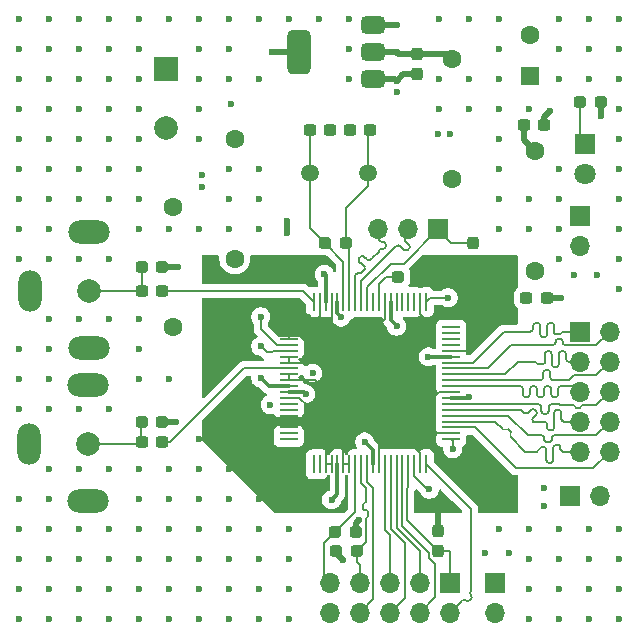
<source format=gbr>
%TF.GenerationSoftware,KiCad,Pcbnew,9.0.0*%
%TF.CreationDate,2025-03-16T19:50:11+02:00*%
%TF.ProjectId,TVP5147M1_decoder,54565035-3134-4374-9d31-5f6465636f64,rev?*%
%TF.SameCoordinates,Original*%
%TF.FileFunction,Copper,L1,Top*%
%TF.FilePolarity,Positive*%
%FSLAX46Y46*%
G04 Gerber Fmt 4.6, Leading zero omitted, Abs format (unit mm)*
G04 Created by KiCad (PCBNEW 9.0.0) date 2025-03-16 19:50:11*
%MOMM*%
%LPD*%
G01*
G04 APERTURE LIST*
G04 Aperture macros list*
%AMRoundRect*
0 Rectangle with rounded corners*
0 $1 Rounding radius*
0 $2 $3 $4 $5 $6 $7 $8 $9 X,Y pos of 4 corners*
0 Add a 4 corners polygon primitive as box body*
4,1,4,$2,$3,$4,$5,$6,$7,$8,$9,$2,$3,0*
0 Add four circle primitives for the rounded corners*
1,1,$1+$1,$2,$3*
1,1,$1+$1,$4,$5*
1,1,$1+$1,$6,$7*
1,1,$1+$1,$8,$9*
0 Add four rect primitives between the rounded corners*
20,1,$1+$1,$2,$3,$4,$5,0*
20,1,$1+$1,$4,$5,$6,$7,0*
20,1,$1+$1,$6,$7,$8,$9,0*
20,1,$1+$1,$8,$9,$2,$3,0*%
G04 Aperture macros list end*
%TA.AperFunction,EtchedComponent*%
%ADD10C,0.000000*%
%TD*%
%TA.AperFunction,SMDPad,CuDef*%
%ADD11RoundRect,0.237500X-0.300000X-0.237500X0.300000X-0.237500X0.300000X0.237500X-0.300000X0.237500X0*%
%TD*%
%TA.AperFunction,ComponentPad*%
%ADD12R,1.800000X1.800000*%
%TD*%
%TA.AperFunction,ComponentPad*%
%ADD13C,1.800000*%
%TD*%
%TA.AperFunction,ComponentPad*%
%ADD14C,1.600000*%
%TD*%
%TA.AperFunction,SMDPad,CuDef*%
%ADD15RoundRect,0.237500X0.300000X0.237500X-0.300000X0.237500X-0.300000X-0.237500X0.300000X-0.237500X0*%
%TD*%
%TA.AperFunction,ComponentPad*%
%ADD16C,1.016000*%
%TD*%
%TA.AperFunction,SMDPad,CuDef*%
%ADD17R,6.223000X6.223000*%
%TD*%
%TA.AperFunction,SMDPad,CuDef*%
%ADD18R,0.279400X1.553299*%
%TD*%
%TA.AperFunction,SMDPad,CuDef*%
%ADD19R,1.553299X0.279400*%
%TD*%
%TA.AperFunction,SMDPad,CuDef*%
%ADD20RoundRect,0.237500X0.287500X0.237500X-0.287500X0.237500X-0.287500X-0.237500X0.287500X-0.237500X0*%
%TD*%
%TA.AperFunction,ComponentPad*%
%ADD21C,2.000000*%
%TD*%
%TA.AperFunction,ComponentPad*%
%ADD22R,2.000000X2.000000*%
%TD*%
%TA.AperFunction,ComponentPad*%
%ADD23O,3.500000X2.000000*%
%TD*%
%TA.AperFunction,ComponentPad*%
%ADD24O,2.000000X3.500000*%
%TD*%
%TA.AperFunction,ComponentPad*%
%ADD25RoundRect,1.000000X0.000010X-0.000010X0.000010X0.000010X-0.000010X0.000010X-0.000010X-0.000010X0*%
%TD*%
%TA.AperFunction,SMDPad,CuDef*%
%ADD26RoundRect,0.237500X-0.287500X-0.237500X0.287500X-0.237500X0.287500X0.237500X-0.287500X0.237500X0*%
%TD*%
%TA.AperFunction,SMDPad,CuDef*%
%ADD27RoundRect,0.237500X-0.237500X0.287500X-0.237500X-0.287500X0.237500X-0.287500X0.237500X0.287500X0*%
%TD*%
%TA.AperFunction,SMDPad,CuDef*%
%ADD28C,0.500000*%
%TD*%
%TA.AperFunction,ComponentPad*%
%ADD29O,1.700000X1.700000*%
%TD*%
%TA.AperFunction,ComponentPad*%
%ADD30R,1.700000X1.700000*%
%TD*%
%TA.AperFunction,ComponentPad*%
%ADD31R,1.600000X1.600000*%
%TD*%
%TA.AperFunction,SMDPad,CuDef*%
%ADD32RoundRect,0.237500X0.237500X-0.287500X0.237500X0.287500X-0.237500X0.287500X-0.237500X-0.287500X0*%
%TD*%
%TA.AperFunction,SMDPad,CuDef*%
%ADD33RoundRect,0.375000X0.625000X0.375000X-0.625000X0.375000X-0.625000X-0.375000X0.625000X-0.375000X0*%
%TD*%
%TA.AperFunction,SMDPad,CuDef*%
%ADD34RoundRect,0.500000X0.500000X1.400000X-0.500000X1.400000X-0.500000X-1.400000X0.500000X-1.400000X0*%
%TD*%
%TA.AperFunction,SMDPad,CuDef*%
%ADD35RoundRect,0.237500X-0.237500X0.300000X-0.237500X-0.300000X0.237500X-0.300000X0.237500X0.300000X0*%
%TD*%
%TA.AperFunction,ComponentPad*%
%ADD36C,1.500000*%
%TD*%
%TA.AperFunction,ViaPad*%
%ADD37C,0.600000*%
%TD*%
%TA.AperFunction,Conductor*%
%ADD38C,0.200000*%
%TD*%
%TA.AperFunction,Conductor*%
%ADD39C,0.500000*%
%TD*%
%TA.AperFunction,Conductor*%
%ADD40C,0.300000*%
%TD*%
G04 APERTURE END LIST*
D10*
%TA.AperFunction,EtchedComponent*%
%TO.C,NT1*%
G36*
X118450000Y-78900000D02*
G01*
X117950000Y-78900000D01*
X117950000Y-77900000D01*
X118450000Y-77900000D01*
X118450000Y-78900000D01*
G37*
%TD.AperFunction*%
%TD*%
D11*
%TO.P,C2,1*%
%TO.N,+3.3V*%
X138275000Y-69800000D03*
%TO.P,C2,2*%
%TO.N,GND*%
X140000000Y-69800000D03*
%TD*%
D12*
%TO.P,D1,1*%
%TO.N,Net-(D1-Pad1)*%
X143500000Y-71400000D03*
D13*
%TO.P,D1,2*%
%TO.N,+3.3V*%
X143500000Y-73940000D03*
%TD*%
D14*
%TO.P,FB3,2*%
%TO.N,A1.8VDD*%
X113800000Y-81080000D03*
%TO.P,FB3,1*%
%TO.N,+1.8V*%
X113800000Y-70920000D03*
%TD*%
%TO.P,FB1,2*%
%TO.N,A3.3VDD*%
X108600000Y-86880000D03*
%TO.P,FB1,1*%
%TO.N,+3.3V*%
X108600000Y-76720000D03*
%TD*%
D15*
%TO.P,C37,2*%
%TO.N,XGND*%
X123547508Y-70200000D03*
%TO.P,C37,1*%
%TO.N,XTAL1*%
X125272508Y-70200000D03*
%TD*%
D16*
%TO.P,U2,81,EPAD*%
%TO.N,GND*%
X127612199Y-93989549D03*
X127612199Y-93202149D03*
X127612199Y-92414749D03*
X127612199Y-91627349D03*
X127612199Y-90839949D03*
X127612199Y-90052549D03*
X127612199Y-89265149D03*
X126824799Y-93989549D03*
X126824799Y-93202149D03*
X126824799Y-92414749D03*
X126824799Y-91627349D03*
X126824799Y-90839949D03*
X126824799Y-90052549D03*
X126824799Y-89265149D03*
X126037399Y-93989549D03*
X126037399Y-93202149D03*
X126037399Y-92414749D03*
X126037399Y-91627349D03*
X126037399Y-90839949D03*
X126037399Y-90052549D03*
X126037399Y-89265149D03*
X125249999Y-93989549D03*
X125249999Y-93202149D03*
X125249999Y-92414749D03*
D17*
X125249999Y-91627349D03*
D16*
X125249999Y-91627349D03*
X125249999Y-90839949D03*
X125249999Y-90052549D03*
X125249999Y-89265149D03*
X124462599Y-93989549D03*
X124462599Y-93202149D03*
X124462599Y-92414749D03*
X124462599Y-91627349D03*
X124462599Y-90839949D03*
X124462599Y-90052549D03*
X124462599Y-89265149D03*
X123675199Y-93989549D03*
X123675199Y-93202149D03*
X123675199Y-92414749D03*
X123675199Y-91627349D03*
X123675199Y-90839949D03*
X123675199Y-90052549D03*
X123675199Y-89265149D03*
X122887799Y-93989549D03*
X122887799Y-93202149D03*
X122887799Y-92414749D03*
X122887799Y-91627349D03*
X122887799Y-90839949D03*
X122887799Y-90052549D03*
X122887799Y-89265149D03*
D18*
%TO.P,U2,80,VI_1_A*%
%TO.N,CVBS_VI_1_A*%
X120499998Y-84754698D03*
%TO.P,U2,79,CH1_A18GND*%
%TO.N,GND*%
X121000000Y-84754698D03*
%TO.P,U2,78,CH1_A18VDD*%
%TO.N,A1.8VDD*%
X121499999Y-84754698D03*
%TO.P,U2,77,PLL_A18GND*%
%TO.N,GND*%
X121999998Y-84754698D03*
%TO.P,U2,76,PLL_A18VDD*%
%TO.N,A1.8VDD*%
X122499999Y-84754698D03*
%TO.P,U2,75,XTAL2*%
%TO.N,XTAL2*%
X122999998Y-84754698D03*
%TO.P,U2,74,XTAL1*%
%TO.N,XTAL1*%
X123500000Y-84754698D03*
%TO.P,U2,73,VS/VBLK/GPIO*%
%TO.N,VS{slash}VBLK*%
X123999999Y-84754698D03*
%TO.P,U2,72,HS/CS/GPIO*%
%TO.N,HS{slash}CS*%
X124499998Y-84754698D03*
%TO.P,U2,71,FID/GPIO*%
%TO.N,FID*%
X124999999Y-84754698D03*
%TO.P,U2,70,C_0/GPIO0*%
%TO.N,unconnected-(U2-C_0{slash}GPIO0-Pad70)*%
X125499999Y-84754698D03*
%TO.P,U2,69,C_1/GPIO1*%
%TO.N,/C1*%
X126000000Y-84754698D03*
%TO.P,U2,68,DGND*%
%TO.N,GND*%
X126499999Y-84754698D03*
%TO.P,U2,67,DVDD*%
%TO.N,D1.8VDD*%
X126999998Y-84754698D03*
%TO.P,U2,66,C_2/GPIO2*%
%TO.N,unconnected-(U2-C_2{slash}GPIO2-Pad66)*%
X127500000Y-84754698D03*
%TO.P,U2,65,C_3/GPIO3*%
%TO.N,unconnected-(U2-C_3{slash}GPIO3-Pad65)*%
X127999999Y-84754698D03*
%TO.P,U2,64,C_4/GPIO4*%
%TO.N,unconnected-(U2-C_4{slash}GPIO4-Pad64)*%
X128500000Y-84754698D03*
%TO.P,U2,63,C_5/GPIO5*%
%TO.N,unconnected-(U2-C_5{slash}GPIO5-Pad63)*%
X128999999Y-84754698D03*
%TO.P,U2,62,IOGND*%
%TO.N,GND*%
X129499998Y-84754698D03*
%TO.P,U2,61,IOVDD*%
%TO.N,IO3.3VDD*%
X130000000Y-84754698D03*
D19*
%TO.P,U2,60,C_6/GPIO6*%
%TO.N,unconnected-(U2-C_6{slash}GPIO6-Pad60)*%
X132122650Y-86877348D03*
%TO.P,U2,59,C_7/GPIO7*%
%TO.N,unconnected-(U2-C_7{slash}GPIO7-Pad59)*%
X132122650Y-87377350D03*
%TO.P,U2,58,C_8/GPIO8*%
%TO.N,unconnected-(U2-C_8{slash}GPIO8-Pad58)*%
X132122650Y-87877349D03*
%TO.P,U2,57,C_9/GPIO9*%
%TO.N,unconnected-(U2-C_9{slash}GPIO9-Pad57)*%
X132122650Y-88377348D03*
%TO.P,U2,56,DGND*%
%TO.N,GND*%
X132122650Y-88877349D03*
%TO.P,U2,55,DVDD*%
%TO.N,D1.8VDD*%
X132122650Y-89377348D03*
%TO.P,U2,54,Y_0*%
%TO.N,Y0*%
X132122650Y-89877350D03*
%TO.P,U2,53,Y_1*%
%TO.N,Y1*%
X132122650Y-90377349D03*
%TO.P,U2,52,Y_2*%
%TO.N,Y2*%
X132122650Y-90877348D03*
%TO.P,U2,51,Y_3*%
%TO.N,Y3*%
X132122650Y-91377349D03*
%TO.P,U2,50,Y_4*%
%TO.N,Y4*%
X132122650Y-91877349D03*
%TO.P,U2,49,IOGND*%
%TO.N,GND*%
X132122650Y-92377350D03*
%TO.P,U2,48,IOVDD*%
%TO.N,IO3.3VDD*%
X132122650Y-92877349D03*
%TO.P,U2,47,Y_5*%
%TO.N,Y5*%
X132122650Y-93377348D03*
%TO.P,U2,46,Y_6*%
%TO.N,Y6*%
X132122650Y-93877350D03*
%TO.P,U2,45,Y_7*%
%TO.N,Y7*%
X132122650Y-94377349D03*
%TO.P,U2,44,Y_8*%
%TO.N,Y8*%
X132122650Y-94877350D03*
%TO.P,U2,43,Y_9*%
%TO.N,Y9*%
X132122650Y-95377349D03*
%TO.P,U2,42,DGND*%
%TO.N,GND*%
X132122650Y-95877348D03*
%TO.P,U2,41,DVDD*%
%TO.N,D1.8VDD*%
X132122650Y-96377350D03*
D18*
%TO.P,U2,40,DATACLK*%
%TO.N,DATACLK*%
X130000000Y-98500000D03*
%TO.P,U2,39,IOGND*%
%TO.N,GND*%
X129499998Y-98500000D03*
%TO.P,U2,38,IOVDD*%
%TO.N,IO3.3VDD*%
X128999999Y-98500000D03*
%TO.P,U2,37,GLCO/I2CA*%
%TO.N,GLCO{slash}I2CA*%
X128500000Y-98500000D03*
%TO.P,U2,36,AVID/GPIO*%
%TO.N,AVID*%
X127999999Y-98500000D03*
%TO.P,U2,35,GPIO*%
%TO.N,FSS*%
X127500000Y-98500000D03*
%TO.P,U2,34,RESETB*%
%TO.N,RESETB*%
X126999998Y-98500000D03*
%TO.P,U2,33,PWDN*%
%TO.N,PWDN*%
X126499999Y-98500000D03*
%TO.P,U2,32,DGND*%
%TO.N,GND*%
X126000000Y-98500000D03*
%TO.P,U2,31,DVDD*%
%TO.N,D1.8VDD*%
X125499999Y-98500000D03*
%TO.P,U2,30,INTREQ*%
%TO.N,INTREQ*%
X124999999Y-98500000D03*
%TO.P,U2,29,SDA*%
%TO.N,SDA*%
X124499998Y-98500000D03*
%TO.P,U2,28,SCL*%
%TO.N,SCL*%
X123999999Y-98500000D03*
%TO.P,U2,27,DGND*%
%TO.N,GND*%
X123500000Y-98500000D03*
%TO.P,U2,26,AGND*%
X122999998Y-98500000D03*
%TO.P,U2,25,A18VDD*%
%TO.N,A1.8VDD*%
X122499999Y-98500000D03*
%TO.P,U2,24,A18GND*%
%TO.N,GND*%
X121999998Y-98500000D03*
%TO.P,U2,23,VI_4_A*%
X121499999Y-98500000D03*
%TO.P,U2,22,NC*%
%TO.N,unconnected-(U2-NC-Pad22)*%
X121000000Y-98500000D03*
%TO.P,U2,21,NC*%
%TO.N,unconnected-(U2-NC-Pad21)*%
X120499998Y-98500000D03*
D19*
%TO.P,U2,20,NC*%
%TO.N,unconnected-(U2-NC-Pad20)*%
X118377348Y-96377350D03*
%TO.P,U2,19,NC*%
%TO.N,unconnected-(U2-NC-Pad19)*%
X118377348Y-95877348D03*
%TO.P,U2,18,VI_3_C*%
%TO.N,GND*%
X118377348Y-95377349D03*
%TO.P,U2,17,VI_3_B*%
X118377348Y-94877348D03*
%TO.P,U2,16,VI_3_A*%
X118377348Y-94377349D03*
%TO.P,U2,15,NC*%
%TO.N,unconnected-(U2-NC-Pad15)*%
X118377348Y-93877350D03*
%TO.P,U2,14,NC*%
%TO.N,unconnected-(U2-NC-Pad14)*%
X118377348Y-93377348D03*
%TO.P,U2,13,A18GND_REF*%
%TO.N,GND*%
X118377348Y-92877349D03*
%TO.P,U2,12,A18VDD_REF*%
%TO.N,A1.8VDD*%
X118377348Y-92377347D03*
%TO.P,U2,11,CH2_A18VDD*%
X118377348Y-91877349D03*
%TO.P,U2,10,CH2_A18GND*%
%TO.N,GND*%
X118377348Y-91377349D03*
%TO.P,U2,9,VI_2_C*%
X118377348Y-90877348D03*
%TO.P,U2,8,VI_2_B*%
%TO.N,CVBS_VI_2_B*%
X118377348Y-90377349D03*
%TO.P,U2,7,VI_2_A*%
%TO.N,GND*%
X118377348Y-89877350D03*
%TO.P,U2,6,CH2_A33GND*%
X118377348Y-89377348D03*
%TO.P,U2,5,CH2_A33VDD*%
%TO.N,A3.3VDD*%
X118377348Y-88877349D03*
%TO.P,U2,4,CH1_A33VDD*%
X118377348Y-88377348D03*
%TO.P,U2,3,CH1_A33GND*%
%TO.N,GND*%
X118377348Y-87877349D03*
%TO.P,U2,2,VI_1_C*%
X118377348Y-87377350D03*
%TO.P,U2,1,VI_1_B*%
X118377348Y-86877348D03*
%TD*%
D14*
%TO.P,FB2,2*%
%TO.N,IO3.3VDD*%
X139200000Y-82160000D03*
%TO.P,FB2,1*%
%TO.N,+3.3V*%
X139200000Y-72000000D03*
%TD*%
D20*
%TO.P,R15,2*%
%TO.N,XTAL2*%
X121450000Y-79800000D03*
%TO.P,R15,1*%
%TO.N,XTAL1*%
X123200000Y-79800000D03*
%TD*%
D11*
%TO.P,C7,2*%
%TO.N,GND*%
X140200000Y-84400000D03*
%TO.P,C7,1*%
%TO.N,IO3.3VDD*%
X138475000Y-84400000D03*
%TD*%
D21*
%TO.P,C10,2*%
%TO.N,GND*%
X108000000Y-70032323D03*
D22*
%TO.P,C10,1*%
%TO.N,+1.8V*%
X108000000Y-65032323D03*
%TD*%
D23*
%TO.P,CVBS2,2,Ext*%
%TO.N,GND*%
X101400000Y-91800000D03*
D24*
X96400000Y-96750000D03*
D23*
X101400000Y-101600000D03*
D25*
%TO.P,CVBS2,1,In*%
%TO.N,Net-(CVBS2-In)*%
X101400000Y-96750000D03*
%TD*%
D26*
%TO.P,R6,2*%
%TO.N,GND*%
X144800000Y-67800000D03*
%TO.P,R6,1*%
%TO.N,Net-(D1-Pad1)*%
X143050000Y-67800000D03*
%TD*%
D27*
%TO.P,RB8,2*%
%TO.N,GLCO{slash}I2CA*%
X131000000Y-105875000D03*
%TO.P,RB8,1*%
%TO.N,GND*%
X131000000Y-104125000D03*
%TD*%
D28*
%TO.P,NT1,2,2*%
%TO.N,GND*%
X118200000Y-78900000D03*
%TO.P,NT1,1,1*%
%TO.N,XGND*%
X118200000Y-77900000D03*
%TD*%
D29*
%TO.P,J6,3,Pin_3*%
%TO.N,VS{slash}VBLK*%
X125920000Y-78600000D03*
%TO.P,J6,2,Pin_2*%
%TO.N,HS{slash}CS*%
X128460000Y-78600000D03*
D30*
%TO.P,J6,1,Pin_1*%
%TO.N,FID*%
X131000000Y-78600000D03*
%TD*%
D29*
%TO.P,J5,2,Pin_2*%
%TO.N,GND*%
X143000000Y-80040000D03*
D30*
%TO.P,J5,1,Pin_1*%
%TO.N,+3.3V*%
X143000000Y-77500000D03*
%TD*%
D20*
%TO.P,R1,2*%
%TO.N,SCL*%
X122325000Y-104200000D03*
%TO.P,R1,1*%
%TO.N,IO3.3VDD*%
X124075000Y-104200000D03*
%TD*%
D14*
%TO.P,C5,2*%
%TO.N,GND*%
X138800000Y-62152651D03*
D31*
%TO.P,C5,1*%
%TO.N,+3.3V*%
X138800000Y-65652651D03*
%TD*%
D26*
%TO.P,R5,2*%
%TO.N,GND*%
X107675000Y-81800000D03*
%TO.P,R5,1*%
%TO.N,Net-(CVBS1-In)*%
X105925000Y-81800000D03*
%TD*%
D29*
%TO.P,J4,10,Pin_10*%
%TO.N,Y9*%
X145540000Y-97420000D03*
%TO.P,J4,9,Pin_9*%
%TO.N,Y8*%
X143000000Y-97420000D03*
%TO.P,J4,8,Pin_8*%
%TO.N,Y7*%
X145540000Y-94880000D03*
%TO.P,J4,7,Pin_7*%
%TO.N,Y6*%
X143000000Y-94880000D03*
%TO.P,J4,6,Pin_6*%
%TO.N,Y5*%
X145540000Y-92340000D03*
%TO.P,J4,5,Pin_5*%
%TO.N,Y4*%
X143000000Y-92340000D03*
%TO.P,J4,4,Pin_4*%
%TO.N,Y3*%
X145540000Y-89800000D03*
%TO.P,J4,3,Pin_3*%
%TO.N,Y2*%
X143000000Y-89800000D03*
%TO.P,J4,2,Pin_2*%
%TO.N,Y1*%
X145540000Y-87260000D03*
D30*
%TO.P,J4,1,Pin_1*%
%TO.N,Y0*%
X143000000Y-87260000D03*
%TD*%
D32*
%TO.P,R4,2*%
%TO.N,FID*%
X134000000Y-79750000D03*
%TO.P,R4,1*%
%TO.N,GND*%
X134000000Y-81500000D03*
%TD*%
D26*
%TO.P,R8,2*%
%TO.N,GND*%
X107675000Y-94900000D03*
%TO.P,R8,1*%
%TO.N,Net-(CVBS2-In)*%
X105925000Y-94900000D03*
%TD*%
D29*
%TO.P,J3,2,Pin_2*%
%TO.N,GND*%
X144765000Y-101200000D03*
D30*
%TO.P,J3,1,Pin_1*%
X142225000Y-101200000D03*
%TD*%
D33*
%TO.P,U1,3,VI*%
%TO.N,+3.3V*%
X125550000Y-61300000D03*
D34*
%TO.P,U1,2,VO*%
%TO.N,+1.8V*%
X119250000Y-63600000D03*
D33*
X125550000Y-63600000D03*
%TO.P,U1,1,GND*%
%TO.N,GND*%
X125550000Y-65900000D03*
%TD*%
D15*
%TO.P,C30,2*%
%TO.N,Net-(CVBS2-In)*%
X105937500Y-96600000D03*
%TO.P,C30,1*%
%TO.N,CVBS_VI_2_B*%
X107662500Y-96600000D03*
%TD*%
D20*
%TO.P,R3,2*%
%TO.N,/C1*%
X127650000Y-82600000D03*
%TO.P,R3,1*%
%TO.N,GND*%
X129400000Y-82600000D03*
%TD*%
D26*
%TO.P,R2,2*%
%TO.N,SDA*%
X124150000Y-105800000D03*
%TO.P,R2,1*%
%TO.N,IO3.3VDD*%
X122400000Y-105800000D03*
%TD*%
D29*
%TO.P,J2,2,Pin_2*%
%TO.N,GND*%
X135800000Y-111065000D03*
D30*
%TO.P,J2,1,Pin_1*%
X135800000Y-108525000D03*
%TD*%
D35*
%TO.P,C4,2*%
%TO.N,GND*%
X129200000Y-65462500D03*
%TO.P,C4,1*%
%TO.N,+1.8V*%
X129200000Y-63737500D03*
%TD*%
D36*
%TO.P,Y1,2,2*%
%TO.N,XTAL2*%
X120170000Y-73800000D03*
%TO.P,Y1,1,1*%
%TO.N,XTAL1*%
X125050000Y-73800000D03*
%TD*%
D15*
%TO.P,C27,2*%
%TO.N,Net-(CVBS1-In)*%
X105937500Y-83800000D03*
%TO.P,C27,1*%
%TO.N,CVBS_VI_1_A*%
X107662500Y-83800000D03*
%TD*%
D11*
%TO.P,C38,2*%
%TO.N,XGND*%
X121892504Y-70200000D03*
%TO.P,C38,1*%
%TO.N,XTAL2*%
X120167504Y-70200000D03*
%TD*%
D23*
%TO.P,CVBS1,2,Ext*%
%TO.N,GND*%
X101500000Y-78850000D03*
D24*
X96500000Y-83800000D03*
D23*
X101500000Y-88650000D03*
D25*
%TO.P,CVBS1,1,In*%
%TO.N,Net-(CVBS1-In)*%
X101500000Y-83800000D03*
%TD*%
D29*
%TO.P,J1,10,Pin_10*%
%TO.N,GND*%
X121842000Y-111062000D03*
%TO.P,J1,9,Pin_9*%
%TO.N,SCL*%
X121842000Y-108522000D03*
%TO.P,J1,8,Pin_8*%
%TO.N,INTREQ*%
X124382000Y-111062000D03*
%TO.P,J1,7,Pin_7*%
%TO.N,SDA*%
X124382000Y-108522000D03*
%TO.P,J1,6,Pin_6*%
%TO.N,RESETB*%
X126922000Y-111062000D03*
%TO.P,J1,5,Pin_5*%
%TO.N,PWDN*%
X126922000Y-108522000D03*
%TO.P,J1,4,Pin_4*%
%TO.N,AVID*%
X129462000Y-111062000D03*
%TO.P,J1,3,Pin_3*%
%TO.N,FSS*%
X129462000Y-108522000D03*
%TO.P,J1,2,Pin_2*%
%TO.N,DATACLK*%
X132002000Y-111062000D03*
D30*
%TO.P,J1,1,Pin_1*%
%TO.N,GLCO{slash}I2CA*%
X132002000Y-108522000D03*
%TD*%
D14*
%TO.P,FB4,2*%
%TO.N,D1.8VDD*%
X132200000Y-74360000D03*
%TO.P,FB4,1*%
%TO.N,+1.8V*%
X132200000Y-64200000D03*
%TD*%
D37*
%TO.N,XGND*%
X123547508Y-70200000D03*
X118200000Y-77900000D03*
X121892504Y-70200000D03*
%TO.N,D1.8VDD*%
X130200000Y-89400000D03*
X127500000Y-86800000D03*
X124800000Y-96600000D03*
X132262500Y-97200000D03*
%TO.N,A3.3VDD*%
X116000000Y-88500000D03*
X116000000Y-86000000D03*
%TO.N,A1.8VDD*%
X122807853Y-86028590D03*
X119800000Y-92537500D03*
X120400000Y-90762500D03*
X121400000Y-82400000D03*
X122000000Y-101500000D03*
X116800000Y-93437500D03*
X116000000Y-91200000D03*
%TO.N,+1.8V*%
X117000000Y-63600000D03*
X127500000Y-63600000D03*
%TO.N,IO3.3VDD*%
X133637500Y-92800000D03*
X124301000Y-103219825D03*
X130275000Y-100600000D03*
X138475000Y-84400000D03*
X131875000Y-84400000D03*
X123000000Y-106600000D03*
%TO.N,+3.3V*%
X127500000Y-61300000D03*
%TO.N,GND*%
X137000000Y-106000000D03*
X120200000Y-96200000D03*
X136400000Y-84800000D03*
X117600000Y-102200000D03*
X111000000Y-75000000D03*
X140000000Y-102000000D03*
X135000000Y-100000000D03*
X111400000Y-91800000D03*
X111400000Y-90800000D03*
X135000000Y-101000000D03*
X142500000Y-82500000D03*
X117000000Y-82800000D03*
X140525000Y-68600000D03*
X131000000Y-102500000D03*
X116400000Y-97800000D03*
X111400000Y-89500000D03*
X135000000Y-106000000D03*
X127500000Y-67000000D03*
X120000000Y-86000000D03*
X141400000Y-84400000D03*
X118200000Y-78900000D03*
X117200000Y-97800000D03*
X144500000Y-82500000D03*
X111400000Y-85000000D03*
X120200000Y-97000000D03*
X108800000Y-94900000D03*
X117600000Y-101400000D03*
X144800000Y-69000000D03*
X109000000Y-81800000D03*
X111000000Y-74000000D03*
X117000000Y-82000000D03*
X132000000Y-70500000D03*
X131000000Y-70500000D03*
X136400000Y-84000000D03*
X140000000Y-100500000D03*
X111600000Y-82400000D03*
X127500000Y-66000000D03*
X113500000Y-68000000D03*
X100595000Y-76031750D03*
X95515000Y-60791750D03*
X105675000Y-88731750D03*
X95515000Y-101431750D03*
X95515000Y-111591750D03*
X105675000Y-109051750D03*
X95515000Y-78571750D03*
X141235000Y-76031750D03*
X141235000Y-109051750D03*
X95515000Y-63331750D03*
X103135000Y-98891750D03*
X95515000Y-88731750D03*
X95515000Y-65871750D03*
X95515000Y-70951750D03*
X118375000Y-109051750D03*
X141235000Y-106511750D03*
X100595000Y-86191750D03*
X98055000Y-60791750D03*
X95515000Y-68411750D03*
X95515000Y-73491750D03*
X103135000Y-76031750D03*
X110755000Y-70951750D03*
X98055000Y-91271750D03*
X95515000Y-76031750D03*
X95515000Y-81111750D03*
X113295000Y-63331750D03*
X98055000Y-93811750D03*
X95515000Y-91271750D03*
X103135000Y-70951750D03*
X95515000Y-93811750D03*
X95515000Y-103971750D03*
X100595000Y-73491750D03*
X143775000Y-111591750D03*
X95515000Y-106511750D03*
X103135000Y-68411750D03*
X95515000Y-109051750D03*
X98055000Y-63331750D03*
X98055000Y-65871750D03*
X103135000Y-63331750D03*
X98055000Y-68411750D03*
X146315000Y-73491750D03*
X103135000Y-103971750D03*
X98055000Y-109051750D03*
X98055000Y-70951750D03*
X98055000Y-73491750D03*
X146315000Y-111591750D03*
X98055000Y-76031750D03*
X98055000Y-78571750D03*
X100595000Y-63331750D03*
X98055000Y-81111750D03*
X98055000Y-86191750D03*
X103135000Y-65871750D03*
X98055000Y-88731750D03*
X98055000Y-98891750D03*
X98055000Y-101431750D03*
X98055000Y-103971750D03*
X146315000Y-65871750D03*
X98055000Y-106511750D03*
X103135000Y-81111750D03*
X98055000Y-111591750D03*
X100595000Y-60791750D03*
X143775000Y-65871750D03*
X100595000Y-65871750D03*
X100595000Y-68411750D03*
X133615000Y-68411750D03*
X100595000Y-70951750D03*
X100595000Y-81111750D03*
X103135000Y-73491750D03*
X100595000Y-93811750D03*
X100595000Y-98891750D03*
X100595000Y-103971750D03*
X100595000Y-106511750D03*
X103135000Y-93811750D03*
X100595000Y-109051750D03*
X100595000Y-111591750D03*
X103135000Y-60791750D03*
X103135000Y-86191750D03*
X103135000Y-106511750D03*
X103135000Y-109051750D03*
X113295000Y-93811750D03*
X103135000Y-111591750D03*
X105675000Y-60791750D03*
X113295000Y-60791750D03*
X105675000Y-63331750D03*
X105675000Y-65871750D03*
X105675000Y-68411750D03*
X118375000Y-106511750D03*
X105675000Y-70951750D03*
X105675000Y-73491750D03*
X113295000Y-106511750D03*
X105675000Y-76031750D03*
X105675000Y-78571750D03*
X105675000Y-86191750D03*
X105675000Y-91271750D03*
X105675000Y-98891750D03*
X105675000Y-101431750D03*
X105675000Y-103971750D03*
X105675000Y-106511750D03*
X105675000Y-111591750D03*
X108215000Y-60791750D03*
X108215000Y-78571750D03*
X108215000Y-91271750D03*
X108215000Y-98891750D03*
X108215000Y-101431750D03*
X115835000Y-65871750D03*
X108215000Y-103971750D03*
X108215000Y-106511750D03*
X108215000Y-109051750D03*
X108215000Y-111591750D03*
X110755000Y-60791750D03*
X110755000Y-63331750D03*
X110755000Y-65871750D03*
X110755000Y-68411750D03*
X110755000Y-78571750D03*
X110755000Y-96351750D03*
X110755000Y-98891750D03*
X110755000Y-101431750D03*
X110755000Y-103971750D03*
X110755000Y-106511750D03*
X110755000Y-109051750D03*
X110755000Y-111591750D03*
X113295000Y-65871750D03*
X113295000Y-73491750D03*
X138695000Y-106511750D03*
X113295000Y-76031750D03*
X113295000Y-78571750D03*
X113295000Y-96351750D03*
X113295000Y-98891750D03*
X113295000Y-101431750D03*
X113295000Y-103971750D03*
X113295000Y-109051750D03*
X113295000Y-111591750D03*
X115835000Y-60791750D03*
X115835000Y-73491750D03*
X115835000Y-76031750D03*
X115835000Y-78571750D03*
X115835000Y-101431750D03*
X115835000Y-103971750D03*
X141235000Y-81111750D03*
X115835000Y-106511750D03*
X115835000Y-109051750D03*
X115835000Y-111591750D03*
X118375000Y-60791750D03*
X141235000Y-63331750D03*
X118375000Y-103971750D03*
X118375000Y-111591750D03*
X120915000Y-60791750D03*
X123455000Y-60791750D03*
X123455000Y-63331750D03*
X123455000Y-65871750D03*
X131075000Y-60791750D03*
X131075000Y-65871750D03*
X131075000Y-68411750D03*
X131000000Y-83000000D03*
X133615000Y-60791750D03*
X133615000Y-65871750D03*
X136155000Y-60791750D03*
X136155000Y-63331750D03*
X136155000Y-65871750D03*
X136155000Y-68411750D03*
X136155000Y-70951750D03*
X136155000Y-73491750D03*
X136155000Y-76031750D03*
X136155000Y-78571750D03*
X136155000Y-81111750D03*
X136155000Y-103971750D03*
X138695000Y-76031750D03*
X138695000Y-78571750D03*
X138695000Y-103971750D03*
X138695000Y-109051750D03*
X138695000Y-111591750D03*
X141235000Y-60791750D03*
X141235000Y-65871750D03*
X141235000Y-73491750D03*
X141235000Y-78571750D03*
X141235000Y-103971750D03*
X141235000Y-111591750D03*
X143775000Y-60791750D03*
X143775000Y-63331750D03*
X143775000Y-103971750D03*
X143775000Y-106511750D03*
X143775000Y-109051750D03*
X146315000Y-60791750D03*
X146315000Y-63331750D03*
X146315000Y-68411750D03*
X146315000Y-70951750D03*
X146315000Y-76031750D03*
X146315000Y-78571750D03*
X146315000Y-81111750D03*
X146315000Y-83651750D03*
X146315000Y-103971750D03*
X146315000Y-106511750D03*
X146315000Y-109051750D03*
X138695000Y-68411750D03*
%TD*%
D38*
%TO.N,Net-(D1-Pad1)*%
X143050000Y-67800000D02*
X143050000Y-70950000D01*
X143050000Y-70950000D02*
X143500000Y-71400000D01*
D39*
%TO.N,GND*%
X140000000Y-69125000D02*
X140525000Y-68600000D01*
X140000000Y-69800000D02*
X140000000Y-69125000D01*
%TO.N,+3.3V*%
X138275000Y-71075000D02*
X139200000Y-72000000D01*
X138275000Y-69800000D02*
X138275000Y-71075000D01*
D38*
%TO.N,Net-(D1-Pad1)*%
X143000000Y-67850000D02*
X143050000Y-67800000D01*
%TO.N,CVBS_VI_2_B*%
X107662500Y-96600000D02*
X108324943Y-96600000D01*
X108324943Y-96600000D02*
X114547594Y-90377349D01*
X114547594Y-90377349D02*
X118377348Y-90377349D01*
%TO.N,Net-(CVBS2-In)*%
X105837500Y-94987500D02*
X105925000Y-94900000D01*
X105687500Y-96750000D02*
X105837500Y-96900000D01*
X101400000Y-96750000D02*
X105687500Y-96750000D01*
X105837500Y-96900000D02*
X105837500Y-94987500D01*
%TO.N,/C1*%
X126600000Y-82600000D02*
X127650000Y-82600000D01*
X126000000Y-83200000D02*
X126600000Y-82600000D01*
X126000000Y-83200000D02*
X126000000Y-84754698D01*
%TO.N,FID*%
X128100000Y-81500000D02*
X131000000Y-78600000D01*
X127000000Y-81500000D02*
X128100000Y-81500000D01*
X134000000Y-79750000D02*
X132150000Y-79750000D01*
X124999999Y-83500001D02*
X127000000Y-81500000D01*
X132150000Y-79750000D02*
X131000000Y-78600000D01*
X124999999Y-84754698D02*
X124999999Y-83500001D01*
%TO.N,SCL*%
X121400000Y-108080000D02*
X121842000Y-108522000D01*
X124000000Y-102525000D02*
X122325000Y-104200000D01*
X124000000Y-98500000D02*
X124000000Y-102525000D01*
X121400000Y-105125000D02*
X121400000Y-108080000D01*
X122325000Y-104200000D02*
X121400000Y-105125000D01*
%TO.N,INTREQ*%
X125533000Y-100533000D02*
X125533000Y-109911000D01*
X125533000Y-109911000D02*
X124382000Y-111062000D01*
X124999999Y-99999999D02*
X125533000Y-100533000D01*
X124999999Y-98500000D02*
X124999999Y-99999999D01*
%TO.N,PWDN*%
X126499999Y-104067099D02*
X126922000Y-104489100D01*
X126922000Y-104489100D02*
X126922000Y-108522000D01*
X126499999Y-98500000D02*
X126499999Y-104067099D01*
%TO.N,GLCO{slash}I2CA*%
X128500000Y-100412557D02*
X128361500Y-100551057D01*
X128361500Y-100551057D02*
X128361500Y-103236500D01*
X132002000Y-106202000D02*
X132002000Y-108522000D01*
X128500000Y-98500000D02*
X128500000Y-100412557D01*
X131000000Y-105875000D02*
X132000000Y-105875000D01*
X132000000Y-106200000D02*
X132002000Y-106202000D01*
X128361500Y-103236500D02*
X131000000Y-105875000D01*
X132000000Y-105875000D02*
X132000000Y-106200000D01*
%TO.N,SDA*%
X124641602Y-101909052D02*
G75*
G02*
X124771301Y-101779402I129698J-48D01*
G01*
X124901000Y-103079353D02*
G75*
G02*
X125001000Y-102979400I100000J-47D01*
G01*
X125001000Y-102979353D02*
G75*
G03*
X125100953Y-102879353I0J99953D01*
G01*
X124771301Y-101779353D02*
G75*
G03*
X124900953Y-101649654I-1J129653D01*
G01*
X125101000Y-102479353D02*
G75*
G03*
X125001000Y-102379400I-100000J-47D01*
G01*
X124771301Y-102379353D02*
G75*
G02*
X124641647Y-102249654I-1J129653D01*
G01*
X124901000Y-105049000D02*
X124901000Y-103079353D01*
X124382000Y-107000000D02*
X124382000Y-108522000D01*
X124499999Y-100099999D02*
X124901000Y-100501000D01*
X124382000Y-107000000D02*
X124150000Y-106768000D01*
X124150000Y-106768000D02*
X124150000Y-105800000D01*
X125101000Y-102879353D02*
X125101000Y-102479353D01*
X124901000Y-101649654D02*
X124901000Y-100501000D01*
X124499999Y-100099999D02*
X124499999Y-98500000D01*
X124150000Y-105800000D02*
X124901000Y-105049000D01*
X124641602Y-102249654D02*
X124641602Y-101909052D01*
X124771301Y-102379353D02*
X125001000Y-102379353D01*
%TO.N,RESETB*%
X128200000Y-109784000D02*
X126922000Y-111062000D01*
X128200000Y-105200000D02*
X128200000Y-109784000D01*
X126999998Y-98500000D02*
X126999998Y-103999998D01*
X126999998Y-103999998D02*
X128200000Y-105200000D01*
%TO.N,DATACLK*%
X133375736Y-110009836D02*
G75*
G03*
X133054215Y-110009885I-160736J-160764D01*
G01*
X133697304Y-110009837D02*
G75*
G02*
X133375715Y-110009857I-160804J160737D01*
G01*
X133800000Y-109264000D02*
G75*
G03*
X133799985Y-109585585I160800J-160800D01*
G01*
X133800000Y-109585570D02*
G75*
G02*
X133800045Y-109907185I-160800J-160830D01*
G01*
X133800000Y-109264000D02*
X133800000Y-102300000D01*
X132951471Y-110112530D02*
X132515649Y-110548351D01*
X133800000Y-109907140D02*
X133697304Y-110009837D01*
X132515649Y-110548351D02*
X132002000Y-111062000D01*
X133054166Y-110009837D02*
X132951471Y-110112530D01*
X133800000Y-102300000D02*
X130000000Y-98500000D01*
%TO.N,HS{slash}CS*%
X128560378Y-80236597D02*
G75*
G03*
X128560369Y-79897194I-169678J169697D01*
G01*
X127487627Y-80012373D02*
G75*
G02*
X127827038Y-80012372I169706J-169707D01*
G01*
X128251300Y-79588107D02*
G75*
G02*
X128251298Y-79248694I169700J169707D01*
G01*
X128136115Y-80321450D02*
G75*
G03*
X128475526Y-80321451I169706J169707D01*
G01*
X128660000Y-78840000D02*
X128660000Y-78600000D01*
X128475526Y-80321450D02*
X128560378Y-80236597D01*
X124499998Y-83000002D02*
X127487627Y-80012373D01*
X128336155Y-79163844D02*
X128660000Y-78840000D01*
X127827038Y-80012373D02*
X128136115Y-80321450D01*
X124499998Y-84754698D02*
X124499998Y-83000002D01*
X128560378Y-79897185D02*
X128251300Y-79588107D01*
X128251300Y-79248696D02*
X128336155Y-79163844D01*
%TO.N,FSS*%
X127500000Y-98500000D02*
X127500000Y-103900000D01*
X127500000Y-103900000D02*
X129462000Y-105862000D01*
X129462000Y-105862000D02*
X129462000Y-108522000D01*
%TO.N,VS{slash}VBLK*%
X124364452Y-82276969D02*
G75*
G03*
X124505873Y-82276969I70710J70711D01*
G01*
X126350746Y-80260000D02*
G75*
G03*
X126590700Y-80020000I-46J240000D01*
G01*
X124824071Y-81958770D02*
G75*
G03*
X124824030Y-81817389I-70671J70670D01*
G01*
X126240000Y-79660000D02*
G75*
G02*
X126000000Y-79420000I0J240000D01*
G01*
X125007924Y-81152668D02*
G75*
G03*
X125347306Y-81152638I169676J169668D01*
G01*
X126000000Y-80500000D02*
G75*
G02*
X126240000Y-80260000I240000J0D01*
G01*
X124363935Y-81357211D02*
G75*
G02*
X124363930Y-81017794I169665J169711D01*
G01*
X126590746Y-79900000D02*
G75*
G03*
X126350746Y-79659954I-240046J0D01*
G01*
X124223031Y-82276969D02*
G75*
G02*
X124364452Y-82276968I70711J-70711D01*
G01*
X124448791Y-80932944D02*
G75*
G02*
X124788206Y-80932941I169709J-169656D01*
G01*
X126000000Y-79300000D02*
X126000000Y-79035210D01*
X124505873Y-82276969D02*
X124824071Y-81958770D01*
X124788201Y-80932945D02*
X125007924Y-81152668D01*
X123999999Y-84754698D02*
X123999999Y-82500001D01*
X126000000Y-78680000D02*
X125920000Y-78600000D01*
X124753362Y-81746638D02*
X124583657Y-81576933D01*
X126590746Y-80020000D02*
X126590746Y-79900000D01*
X126000000Y-79420000D02*
X126000000Y-79300000D01*
X124583657Y-81576933D02*
X124363935Y-81357211D01*
X126240000Y-80260000D02*
X126350746Y-80260000D01*
X123999999Y-82500001D02*
X124223031Y-82276969D01*
X125432187Y-81067814D02*
X126000000Y-80500000D01*
X126000000Y-79035210D02*
X126000000Y-78680000D01*
X124824071Y-81817348D02*
X124753360Y-81746637D01*
X124753360Y-81746637D02*
X124753362Y-81746638D01*
X124363935Y-81017799D02*
X124448791Y-80932944D01*
X126350746Y-79660000D02*
X126240000Y-79660000D01*
X125347336Y-81152667D02*
X125432187Y-81067814D01*
%TO.N,AVID*%
X127960500Y-103760500D02*
X127960500Y-98539499D01*
X129462000Y-111062000D02*
X130800000Y-109724000D01*
X130224000Y-106392134D02*
X130224000Y-106024000D01*
X130800000Y-109724000D02*
X130800000Y-106968134D01*
X130224000Y-106024000D02*
X127960500Y-103760500D01*
X130800000Y-106968134D02*
X130224000Y-106392134D01*
X127960500Y-98539499D02*
X127999999Y-98500000D01*
%TO.N,Y5*%
X143266398Y-93491000D02*
G75*
G03*
X143166400Y-93591000I2J-100000D01*
G01*
X140374760Y-93987049D02*
G75*
G02*
X140134760Y-94227060I-239960J-51D01*
G01*
X139774760Y-93641000D02*
G75*
G03*
X139534760Y-93401040I-239960J0D01*
G01*
X142566398Y-93591000D02*
G75*
G03*
X142466398Y-93491002I-99998J0D01*
G01*
X142666398Y-93691000D02*
G75*
G02*
X142566400Y-93591000I2J100000D01*
G01*
X140614760Y-93401000D02*
G75*
G03*
X140374800Y-93641000I40J-240000D01*
G01*
X143166398Y-93591000D02*
G75*
G02*
X143066398Y-93690998I-99998J0D01*
G01*
X140014760Y-94227049D02*
G75*
G02*
X139774851Y-93987049I40J239949D01*
G01*
X139774760Y-93987049D02*
X139774760Y-93641000D01*
X141264760Y-93401000D02*
X140614760Y-93401000D01*
X144389000Y-93491000D02*
X143266398Y-93491000D01*
X140374760Y-93641000D02*
X140374760Y-93987049D01*
X143066398Y-93691000D02*
X142666398Y-93691000D01*
X141354760Y-93491000D02*
X142466398Y-93491000D01*
X141354760Y-93491000D02*
X141264760Y-93401000D01*
X132146302Y-93401000D02*
X132122650Y-93377348D01*
X132146302Y-93401000D02*
X139534760Y-93401000D01*
X140134760Y-94227049D02*
X140014760Y-94227049D01*
X145540000Y-92340000D02*
X144389000Y-93491000D01*
%TO.N,Y6*%
X138655734Y-94116323D02*
G75*
G02*
X138316324Y-94116323I-169705J169703D01*
G01*
X141091658Y-93880000D02*
G75*
G03*
X140851700Y-94120000I42J-240000D01*
G01*
X140491658Y-95630000D02*
G75*
G02*
X140251700Y-95390000I42J240000D01*
G01*
X140251658Y-95120000D02*
G75*
G03*
X140011658Y-94880042I-239958J0D01*
G01*
X140851658Y-95390000D02*
G75*
G02*
X140611658Y-95629958I-239958J0D01*
G01*
X139221421Y-93890049D02*
G75*
G03*
X138882009Y-93890049I-169706J-169704D01*
G01*
X139306274Y-94314313D02*
G75*
G03*
X139306282Y-93974894I-169674J169713D01*
G01*
X139080000Y-94880000D02*
G75*
G02*
X139080006Y-94540594I169700J169700D01*
G01*
X141691658Y-94880000D02*
G75*
G02*
X141451700Y-94640000I42J240000D01*
G01*
X141451658Y-94120000D02*
G75*
G03*
X141211658Y-93880042I-239958J0D01*
G01*
X139080000Y-94880000D02*
X140011658Y-94880000D01*
X138077350Y-93877350D02*
X138316323Y-94116323D01*
X140851658Y-94120000D02*
X140851658Y-95390000D01*
X132122650Y-93877350D02*
X138077350Y-93877350D01*
X140251658Y-95390000D02*
X140251658Y-95120000D01*
X139306274Y-93974902D02*
X139221421Y-93890049D01*
X141211658Y-93880000D02*
X141091658Y-93880000D01*
X139080000Y-94540588D02*
X139306274Y-94314313D01*
X141451658Y-94640000D02*
X141451658Y-94120000D01*
X138882009Y-93890049D02*
X138655734Y-94116323D01*
X143000000Y-94880000D02*
X141691658Y-94880000D01*
X140611658Y-95630000D02*
X140491658Y-95630000D01*
%TO.N,Y1*%
X140722924Y-88411000D02*
G75*
G03*
X140962900Y-88171000I-24J240000D01*
G01*
X140962924Y-88103794D02*
G75*
G02*
X141202924Y-87863824I239976J-6D01*
G01*
X141562924Y-88171000D02*
G75*
G03*
X141802924Y-88410976I239976J0D01*
G01*
X141322924Y-87863794D02*
G75*
G02*
X141562906Y-88103794I-24J-240006D01*
G01*
X141802924Y-88411000D02*
X144389000Y-88411000D01*
X138845922Y-88411000D02*
X138834922Y-88400000D01*
X144389000Y-88411000D02*
X145540000Y-87260000D01*
X138834922Y-88400000D02*
X137200000Y-88400000D01*
X141202924Y-87863794D02*
X141322924Y-87863794D01*
X135222651Y-90377349D02*
X132122650Y-90377349D01*
X137200000Y-88400000D02*
X135222651Y-90377349D01*
X138845922Y-88411000D02*
X140722924Y-88411000D01*
X141562924Y-88103794D02*
X141562924Y-88171000D01*
X140962924Y-88171000D02*
X140962924Y-88103794D01*
%TO.N,Y0*%
X139296329Y-86528647D02*
G75*
G03*
X139056347Y-86768647I-29J-239953D01*
G01*
X139056329Y-87020000D02*
G75*
G02*
X138816329Y-87260029I-240029J0D01*
G01*
X141456329Y-87360000D02*
G75*
G02*
X141356329Y-87460029I-100029J0D01*
G01*
X140496329Y-86528650D02*
G75*
G03*
X140256350Y-86768650I-29J-239950D01*
G01*
X141556329Y-87260000D02*
G75*
G03*
X141456300Y-87360000I-29J-100000D01*
G01*
X140956329Y-87460000D02*
G75*
G02*
X140856300Y-87360000I-29J100000D01*
G01*
X139656329Y-86768647D02*
G75*
G03*
X139416329Y-86528571I-240029J47D01*
G01*
X139896329Y-87741348D02*
G75*
G02*
X139656252Y-87501348I-29J240048D01*
G01*
X140856329Y-86768650D02*
G75*
G03*
X140616329Y-86528571I-240029J50D01*
G01*
X140256329Y-87501348D02*
G75*
G02*
X140016329Y-87741329I-240029J48D01*
G01*
X136589943Y-87260000D02*
X138816329Y-87260000D01*
X140256329Y-86768650D02*
X140256329Y-87501348D01*
X140856329Y-87360000D02*
X140856329Y-86768650D01*
X139416329Y-86528647D02*
X139296329Y-86528647D01*
X140616329Y-86528650D02*
X140496329Y-86528650D01*
X139056329Y-86768647D02*
X139056329Y-87020000D01*
X140016329Y-87741348D02*
X139896329Y-87741348D01*
X133972593Y-89877350D02*
X132122650Y-89877350D01*
X141356329Y-87460000D02*
X140956329Y-87460000D01*
X136589943Y-87260000D02*
X133972593Y-89877350D01*
X143000000Y-87260000D02*
X141556329Y-87260000D01*
X139656329Y-87501348D02*
X139656329Y-86768647D01*
%TO.N,Y9*%
X144160000Y-98800000D02*
X145540000Y-97420000D01*
X134177349Y-95377349D02*
X137600000Y-98800000D01*
X132122650Y-95377349D02*
X134177349Y-95377349D01*
X137600000Y-98800000D02*
X144160000Y-98800000D01*
%TO.N,Y2*%
X141843090Y-89560000D02*
G75*
G03*
X142083090Y-89800010I240010J0D01*
G01*
X141004461Y-90277259D02*
G75*
G03*
X141243159Y-90038630I39J238659D01*
G01*
X141603090Y-88922157D02*
G75*
G02*
X141843143Y-89162157I10J-240043D01*
G01*
X141243090Y-89162157D02*
G75*
G02*
X141483090Y-88922190I240010J-43D01*
G01*
X139268090Y-89800000D02*
G75*
G02*
X139389900Y-89921789I10J-121800D01*
G01*
X140043090Y-89162157D02*
G75*
G02*
X140283090Y-88922190I240010J-43D01*
G01*
X139921301Y-90043578D02*
G75*
G03*
X140043078Y-89921789I-1J121778D01*
G01*
X140403090Y-88922157D02*
G75*
G02*
X140643143Y-89162157I10J-240043D01*
G01*
X140643090Y-90038630D02*
G75*
G03*
X140881719Y-90277210I238610J30D01*
G01*
X139389879Y-89921789D02*
G75*
G03*
X139511668Y-90043621I121821J-11D01*
G01*
X137800000Y-89800000D02*
X139268090Y-89800000D01*
X142083090Y-89800000D02*
X142203090Y-89800000D01*
X139511668Y-90043578D02*
X139921301Y-90043578D01*
X141843090Y-89162157D02*
X141843090Y-89560000D01*
X140643090Y-89162157D02*
X140643090Y-90038630D01*
X141243090Y-90038630D02*
X141243090Y-89162157D01*
X142894383Y-89800000D02*
X143000000Y-89800000D01*
X136722652Y-90877348D02*
X137800000Y-89800000D01*
X140881719Y-90277259D02*
X141004461Y-90277259D01*
X140283090Y-88922157D02*
X140403090Y-88922157D01*
X132122650Y-90877348D02*
X136722652Y-90877348D01*
X141483090Y-88922157D02*
X141603090Y-88922157D01*
X140043090Y-89921789D02*
X140043090Y-89162157D01*
X142203090Y-89800000D02*
X142894383Y-89800000D01*
%TO.N,Y7*%
X140628753Y-96407552D02*
G75*
G02*
X140388753Y-96647553I-239953J-48D01*
G01*
X140868753Y-96031000D02*
G75*
G03*
X140628800Y-96271000I47J-240000D01*
G01*
X140268753Y-96647552D02*
G75*
G02*
X140028848Y-96407552I47J239952D01*
G01*
X140028753Y-96271000D02*
G75*
G03*
X139788753Y-96031047I-239953J0D01*
G01*
X145540000Y-94880000D02*
X144389000Y-96031000D01*
X144389000Y-96031000D02*
X140868753Y-96031000D01*
X140388753Y-96647552D02*
X140268753Y-96647552D01*
X140028753Y-96407552D02*
X140028753Y-96271000D01*
X140628753Y-96271000D02*
X140628753Y-96407552D01*
X138631000Y-96031000D02*
X136977349Y-94377349D01*
X136977349Y-94377349D02*
X132122650Y-94377349D01*
X138631000Y-96031000D02*
X139788753Y-96031000D01*
%TO.N,Y3*%
X140745829Y-91377349D02*
G75*
G02*
X140505851Y-91137349I-29J239949D01*
G01*
X140145829Y-90506745D02*
G75*
G03*
X139905845Y-90746745I-29J-239955D01*
G01*
X140505829Y-90746745D02*
G75*
G03*
X140265829Y-90506671I-240029J45D01*
G01*
X139905829Y-91137349D02*
G75*
G02*
X139665829Y-91377429I-240029J-51D01*
G01*
X140265829Y-90506745D02*
X140145829Y-90506745D01*
X144389000Y-90951000D02*
X142523240Y-90951000D01*
X139905829Y-90746745D02*
X139905829Y-91137349D01*
X142096891Y-91377349D02*
X140745829Y-91377349D01*
X140505829Y-91137349D02*
X140505829Y-90746745D01*
X132122650Y-91377349D02*
X139665829Y-91377349D01*
X145540000Y-89800000D02*
X144389000Y-90951000D01*
X142523240Y-90951000D02*
X142096891Y-91377349D01*
%TO.N,Y4*%
X140956251Y-92814148D02*
G75*
G03*
X141196348Y-92574148I49J240048D01*
G01*
X139756251Y-92814151D02*
G75*
G03*
X139996251Y-92574151I49J239951D01*
G01*
X139396251Y-92574151D02*
G75*
G03*
X139636251Y-92814149I239949J-49D01*
G01*
X138196251Y-92574151D02*
G75*
G03*
X138436251Y-92814149I239949J-49D01*
G01*
X138796251Y-92117349D02*
G75*
G02*
X139036251Y-91877351I239949J49D01*
G01*
X141196251Y-92117349D02*
G75*
G02*
X141436251Y-91877351I239949J49D01*
G01*
X140356251Y-91877349D02*
G75*
G02*
X140596251Y-92117349I49J-239951D01*
G01*
X140596251Y-92574148D02*
G75*
G03*
X140836251Y-92814049I239949J48D01*
G01*
X139156251Y-91877349D02*
G75*
G02*
X139396251Y-92117349I49J-239951D01*
G01*
X138556251Y-92814151D02*
G75*
G03*
X138796251Y-92574151I49J239951D01*
G01*
X137956251Y-91877349D02*
G75*
G02*
X138196251Y-92117349I49J-239951D01*
G01*
X139996251Y-92117349D02*
G75*
G02*
X140236251Y-91877351I239949J49D01*
G01*
X132122650Y-91877349D02*
X137956251Y-91877349D01*
X138796251Y-92574151D02*
X138796251Y-92117349D01*
X139036251Y-91877349D02*
X139156251Y-91877349D01*
X138436251Y-92814151D02*
X138556251Y-92814151D01*
X139396251Y-92117349D02*
X139396251Y-92574151D01*
X140836251Y-92814148D02*
X140956251Y-92814148D01*
X140596251Y-92117349D02*
X140596251Y-92574148D01*
X141196251Y-92574148D02*
X141196251Y-92117349D01*
X140236251Y-91877349D02*
X140356251Y-91877349D01*
X142537349Y-91877349D02*
X143000000Y-92340000D01*
X139636251Y-92814151D02*
X139756251Y-92814151D01*
X138196251Y-92117349D02*
X138196251Y-92574151D01*
X139996251Y-92574151D02*
X139996251Y-92117349D01*
X141436251Y-91877349D02*
X142537349Y-91877349D01*
%TO.N,Y8*%
X141384967Y-97060000D02*
G75*
G03*
X141144967Y-96820033I-239967J0D01*
G01*
X139784967Y-97020000D02*
G75*
G03*
X139585000Y-97220000I33J-200000D01*
G01*
X141024967Y-96820000D02*
G75*
G03*
X140785000Y-97060000I33J-240000D01*
G01*
X137164821Y-95953077D02*
G75*
G03*
X137164871Y-96164773I105879J-105823D01*
G01*
X139584967Y-97220000D02*
G75*
G02*
X139384967Y-97419967I-199967J0D01*
G01*
X140424967Y-98370000D02*
G75*
G02*
X140185000Y-98130000I33J240000D01*
G01*
X141624967Y-97420000D02*
G75*
G02*
X141385000Y-97180000I33J240000D01*
G01*
X140184967Y-97220000D02*
G75*
G03*
X139984967Y-97020033I-199967J0D01*
G01*
X140784967Y-98130000D02*
G75*
G02*
X140544967Y-98369967I-239967J0D01*
G01*
X136528813Y-95528813D02*
G75*
G03*
X136740572Y-95528828I105887J105913D01*
G01*
X136740559Y-95528814D02*
G75*
G02*
X136952271Y-95528844I105841J-105886D01*
G01*
X137164821Y-95741331D02*
G75*
G02*
X137164817Y-95953073I-105821J-105869D01*
G01*
X140184967Y-98130000D02*
X140184967Y-97220000D01*
X137164822Y-96164823D02*
X138420000Y-97420000D01*
X139984967Y-97020000D02*
X139784967Y-97020000D01*
X135877350Y-94877350D02*
X136528813Y-95528813D01*
X141384967Y-97180000D02*
X141384967Y-97060000D01*
X132122650Y-94877350D02*
X135877350Y-94877350D01*
X141144967Y-96820000D02*
X141024967Y-96820000D01*
X140784967Y-97060000D02*
X140784967Y-98130000D01*
X138420000Y-97420000D02*
X139384967Y-97420000D01*
X141624967Y-97420000D02*
X143000000Y-97420000D01*
X136952303Y-95528813D02*
X137164821Y-95741331D01*
X140544967Y-98370000D02*
X140424967Y-98370000D01*
%TO.N,CVBS_VI_1_A*%
X107662500Y-83800000D02*
X119545300Y-83800000D01*
X119545300Y-83800000D02*
X120499998Y-84754698D01*
%TO.N,Net-(CVBS1-In)*%
X105937500Y-83800000D02*
X105937500Y-81812500D01*
X101500000Y-83800000D02*
X105725000Y-83800000D01*
X105937500Y-81812500D02*
X105925000Y-81800000D01*
%TO.N,XTAL2*%
X121450000Y-79800000D02*
X122999998Y-81349998D01*
X120207496Y-73762504D02*
X120170000Y-73800000D01*
X120170000Y-73800000D02*
X120170000Y-78520000D01*
X120170000Y-78520000D02*
X121450000Y-79800000D01*
X120207496Y-70200000D02*
X120207496Y-73762504D01*
X122999998Y-81349998D02*
X122999998Y-84754698D01*
%TO.N,XTAL1*%
X123500000Y-80100000D02*
X123500000Y-84754698D01*
X123200000Y-76800000D02*
X123200000Y-79800000D01*
X125050000Y-74950000D02*
X123200000Y-76800000D01*
X125050000Y-73800000D02*
X125050000Y-74950000D01*
X123200000Y-79800000D02*
X123500000Y-80100000D01*
X125050000Y-70600000D02*
X125050000Y-73800000D01*
D40*
%TO.N,D1.8VDD*%
X125499999Y-97299999D02*
X124800000Y-96600000D01*
X126999998Y-84754698D02*
X126999998Y-86299998D01*
D38*
X132262500Y-97200000D02*
X132262500Y-96517200D01*
D40*
X132122650Y-89377348D02*
X130222652Y-89377348D01*
D38*
X124800000Y-96600000D02*
X124875000Y-96600000D01*
D40*
X125499999Y-98500000D02*
X125499999Y-97299999D01*
X130222652Y-89377348D02*
X130200000Y-89400000D01*
X126999998Y-86299998D02*
X127500000Y-86800000D01*
D38*
X132262500Y-96517200D02*
X132122650Y-96377350D01*
%TO.N,A3.3VDD*%
X117000000Y-89000000D02*
X117122651Y-88877349D01*
X116500000Y-89000000D02*
X117000000Y-89000000D01*
X117122651Y-88877349D02*
X118377348Y-88877349D01*
X116000000Y-88500000D02*
X116500000Y-89000000D01*
X116000000Y-87018350D02*
X117358998Y-88377348D01*
X116000000Y-86000000D02*
X116000000Y-87018350D01*
X117358998Y-88377348D02*
X118377348Y-88377348D01*
D40*
%TO.N,A1.8VDD*%
X122499999Y-101000001D02*
X122499999Y-98500000D01*
X122499999Y-85720736D02*
X122499999Y-84754698D01*
X119639847Y-92377347D02*
X118377348Y-92377347D01*
X121499999Y-84754698D02*
X121499999Y-82499999D01*
X122000000Y-101500000D02*
X122499999Y-101000001D01*
X119800000Y-92537500D02*
X119639847Y-92377347D01*
X116000000Y-91200000D02*
X116677349Y-91877349D01*
X122807853Y-86028590D02*
X122499999Y-85720736D01*
X121499999Y-82499999D02*
X121400000Y-82400000D01*
X116677349Y-91877349D02*
X118377348Y-91877349D01*
D39*
%TO.N,+1.8V*%
X129200000Y-63737500D02*
X127637500Y-63737500D01*
X119250000Y-63600000D02*
X117000000Y-63600000D01*
X131737500Y-63737500D02*
X132200000Y-64200000D01*
X125550000Y-63600000D02*
X127500000Y-63600000D01*
X127637500Y-63737500D02*
X127500000Y-63600000D01*
X129200000Y-63737500D02*
X131737500Y-63737500D01*
D38*
%TO.N,IO3.3VDD*%
X130375000Y-84379698D02*
X130000000Y-84754698D01*
D39*
X122400000Y-106000000D02*
X123000000Y-106600000D01*
X124075000Y-104200000D02*
X124075000Y-103445825D01*
D38*
X130275000Y-100600000D02*
X130081649Y-100600000D01*
D40*
X133560151Y-92877349D02*
X132122650Y-92877349D01*
D38*
X130081649Y-100600000D02*
X128999999Y-99518350D01*
X128999999Y-99518350D02*
X128999999Y-98500000D01*
D39*
X124075000Y-103445825D02*
X124301000Y-103219825D01*
D38*
X131875000Y-84400000D02*
X130354698Y-84400000D01*
D40*
X133637500Y-92800000D02*
X133560151Y-92877349D01*
D38*
X130354698Y-84400000D02*
X130000000Y-84754698D01*
D39*
X122400000Y-105800000D02*
X122400000Y-106000000D01*
%TO.N,+3.3V*%
X127500000Y-61300000D02*
X125550000Y-61300000D01*
D38*
%TO.N,GND*%
X122337500Y-96600000D02*
X121675000Y-96600000D01*
X130200000Y-94600000D02*
X130200000Y-93281650D01*
X121499999Y-98500000D02*
X121499999Y-96775001D01*
X133522651Y-88877349D02*
X134000000Y-88400000D01*
X119277349Y-92877349D02*
X120000000Y-93600000D01*
X122999998Y-97262498D02*
X122337500Y-96600000D01*
X118377348Y-89377348D02*
X118377348Y-89877350D01*
D39*
X131000000Y-102500000D02*
X131000000Y-104125000D01*
D38*
X118454696Y-94800000D02*
X118377348Y-94877348D01*
X118377348Y-94377349D02*
X118377348Y-94877348D01*
X125925000Y-86762500D02*
X126499999Y-86187501D01*
X126000000Y-96600000D02*
X126200000Y-96400000D01*
X122712600Y-89877350D02*
X122887799Y-90052549D01*
D39*
X127400000Y-65900000D02*
X127500000Y-66000000D01*
D38*
X120635094Y-91377349D02*
X120885094Y-91627349D01*
X129499998Y-97499998D02*
X129499998Y-98500000D01*
X129400000Y-97000000D02*
X130522652Y-95877348D01*
X121999998Y-84754698D02*
X121999998Y-86600002D01*
X118377348Y-92877349D02*
X119277349Y-92877349D01*
D39*
X107675000Y-94900000D02*
X108800000Y-94900000D01*
D38*
X121000000Y-84754698D02*
X121000000Y-87037500D01*
X129000000Y-97000000D02*
X129499998Y-97499998D01*
X120885094Y-91627349D02*
X122887799Y-91627349D01*
X130200000Y-93281650D02*
X131104300Y-92377350D01*
X126000000Y-98500000D02*
X126000000Y-96600000D01*
X118399998Y-87400000D02*
X118377348Y-87377350D01*
X118377348Y-94877348D02*
X118377348Y-95377349D01*
X126499999Y-86187501D02*
X126499999Y-84754698D01*
X122999998Y-98500000D02*
X123500000Y-98500000D01*
X118377348Y-91377349D02*
X120635094Y-91377349D01*
X121499999Y-96775001D02*
X121675000Y-96600000D01*
X130526953Y-86800000D02*
X129499998Y-85773045D01*
X122562999Y-90377349D02*
X122887799Y-90052549D01*
X129499998Y-85773045D02*
X129499998Y-84754698D01*
D39*
X129200000Y-65462500D02*
X128037500Y-65462500D01*
D38*
X122999998Y-98500000D02*
X122999998Y-97262498D01*
X121999998Y-86600002D02*
X121800000Y-86800000D01*
X128200000Y-97000000D02*
X129000000Y-97000000D01*
X121499999Y-98500000D02*
X121999998Y-98500000D01*
D39*
X144800000Y-67800000D02*
X144800000Y-69000000D01*
D38*
X118377348Y-87377350D02*
X118377348Y-87877349D01*
X130522652Y-95877348D02*
X132122650Y-95877348D01*
X132122650Y-88877349D02*
X133522651Y-88877349D01*
X128200000Y-97000000D02*
X129400000Y-97000000D01*
X118377348Y-86877348D02*
X118377348Y-87377350D01*
D39*
X107675000Y-81800000D02*
X109000000Y-81800000D01*
D38*
X131104300Y-92377350D02*
X132122650Y-92377350D01*
X118377348Y-90877348D02*
X118377348Y-91377349D01*
D39*
X125550000Y-65900000D02*
X127400000Y-65900000D01*
X140200000Y-84400000D02*
X141400000Y-84400000D01*
D38*
X118377348Y-89877350D02*
X122712600Y-89877350D01*
D39*
X128037500Y-65462500D02*
X127500000Y-66000000D01*
%TD*%
%TA.AperFunction,Conductor*%
%TO.N,GND*%
G36*
X137743039Y-80819685D02*
G01*
X137788794Y-80872489D01*
X137800000Y-80924000D01*
X137800000Y-83457500D01*
X137780315Y-83524539D01*
X137741098Y-83563038D01*
X137714150Y-83579659D01*
X137592161Y-83701648D01*
X137501593Y-83848481D01*
X137501591Y-83848486D01*
X137474219Y-83931088D01*
X137447326Y-84012247D01*
X137447326Y-84012248D01*
X137447325Y-84012248D01*
X137437000Y-84113315D01*
X137437000Y-84686669D01*
X137437001Y-84686687D01*
X137447325Y-84787752D01*
X137483609Y-84897249D01*
X137493605Y-84927414D01*
X137501592Y-84951515D01*
X137501593Y-84951518D01*
X137524550Y-84988737D01*
X137592160Y-85098350D01*
X137714150Y-85220340D01*
X137741098Y-85236962D01*
X137787820Y-85288905D01*
X137800000Y-85342498D01*
X137800000Y-86535500D01*
X137780315Y-86602539D01*
X137727511Y-86648294D01*
X137676000Y-86659500D01*
X136676612Y-86659500D01*
X136676596Y-86659499D01*
X136669000Y-86659499D01*
X136510886Y-86659499D01*
X136403530Y-86688265D01*
X136358153Y-86700424D01*
X136358152Y-86700425D01*
X136308039Y-86729359D01*
X136308038Y-86729360D01*
X136277507Y-86746987D01*
X136221228Y-86779479D01*
X136221225Y-86779481D01*
X136109421Y-86891286D01*
X133760177Y-89240531D01*
X133733249Y-89255234D01*
X133707431Y-89271827D01*
X133701230Y-89272718D01*
X133698854Y-89274016D01*
X133672496Y-89276850D01*
X133520544Y-89276850D01*
X133453505Y-89257165D01*
X133407750Y-89204361D01*
X133397254Y-89166102D01*
X133393391Y-89130164D01*
X133343097Y-88995319D01*
X133343095Y-88995316D01*
X133310414Y-88951660D01*
X133285996Y-88886196D01*
X133300847Y-88817923D01*
X133310414Y-88803036D01*
X133343096Y-88759379D01*
X133393391Y-88624531D01*
X133399800Y-88564921D01*
X133399799Y-88189776D01*
X133399798Y-88189773D01*
X133399798Y-88189760D01*
X133394513Y-88140606D01*
X133394513Y-88114094D01*
X133399799Y-88064929D01*
X133399800Y-88064922D01*
X133399799Y-87689777D01*
X133399798Y-87689774D01*
X133399798Y-87689761D01*
X133394513Y-87640607D01*
X133394513Y-87614095D01*
X133395975Y-87600499D01*
X133399800Y-87564923D01*
X133399799Y-87189778D01*
X133394512Y-87140595D01*
X133394512Y-87114095D01*
X133399800Y-87064921D01*
X133399799Y-86689776D01*
X133393391Y-86630165D01*
X133383087Y-86602539D01*
X133343097Y-86495319D01*
X133343093Y-86495312D01*
X133256847Y-86380103D01*
X133256844Y-86380100D01*
X133141635Y-86293854D01*
X133141628Y-86293850D01*
X133006782Y-86243556D01*
X133006783Y-86243556D01*
X132947183Y-86237149D01*
X132947181Y-86237148D01*
X132947173Y-86237148D01*
X132947164Y-86237148D01*
X131298129Y-86237148D01*
X131298123Y-86237149D01*
X131238516Y-86243556D01*
X131103671Y-86293850D01*
X131103664Y-86293854D01*
X130988455Y-86380100D01*
X130988452Y-86380103D01*
X130902206Y-86495312D01*
X130902202Y-86495319D01*
X130860130Y-86608123D01*
X130851909Y-86630165D01*
X130845500Y-86689775D01*
X130845500Y-86689782D01*
X130845500Y-86689783D01*
X130845500Y-87064917D01*
X130845501Y-87064927D01*
X130850787Y-87114099D01*
X130850787Y-87140601D01*
X130845500Y-87189777D01*
X130845500Y-87189780D01*
X130845500Y-87189783D01*
X130845500Y-87564919D01*
X130845501Y-87564926D01*
X130850787Y-87614096D01*
X130850787Y-87640601D01*
X130845500Y-87689776D01*
X130845500Y-87689779D01*
X130845500Y-87689782D01*
X130845500Y-88064918D01*
X130845501Y-88064925D01*
X130850787Y-88114095D01*
X130850787Y-88140600D01*
X130845500Y-88189775D01*
X130845500Y-88189778D01*
X130845500Y-88189781D01*
X130845500Y-88564917D01*
X130845501Y-88564927D01*
X130848153Y-88589596D01*
X130845373Y-88605000D01*
X130847601Y-88620495D01*
X130839295Y-88638682D01*
X130835745Y-88658355D01*
X130825079Y-88669810D01*
X130818576Y-88684051D01*
X130801755Y-88694860D01*
X130788134Y-88709491D01*
X130772180Y-88713867D01*
X130759798Y-88721825D01*
X130724863Y-88726848D01*
X130671034Y-88726848D01*
X130603995Y-88707163D01*
X130602142Y-88705949D01*
X130579186Y-88690610D01*
X130579172Y-88690602D01*
X130433501Y-88630264D01*
X130433489Y-88630261D01*
X130278845Y-88599500D01*
X130278842Y-88599500D01*
X130121158Y-88599500D01*
X130121155Y-88599500D01*
X129966510Y-88630261D01*
X129966498Y-88630264D01*
X129820827Y-88690602D01*
X129820814Y-88690609D01*
X129689711Y-88778210D01*
X129689707Y-88778213D01*
X129578213Y-88889707D01*
X129578210Y-88889711D01*
X129490609Y-89020814D01*
X129490602Y-89020827D01*
X129430264Y-89166498D01*
X129430261Y-89166510D01*
X129399500Y-89321153D01*
X129399500Y-89478846D01*
X129430261Y-89633489D01*
X129430264Y-89633501D01*
X129490602Y-89779172D01*
X129490609Y-89779185D01*
X129578210Y-89910288D01*
X129578213Y-89910292D01*
X129689707Y-90021786D01*
X129689711Y-90021789D01*
X129820814Y-90109390D01*
X129820827Y-90109397D01*
X129964038Y-90168716D01*
X129966503Y-90169737D01*
X130121153Y-90200499D01*
X130121156Y-90200500D01*
X130121158Y-90200500D01*
X130278844Y-90200500D01*
X130278845Y-90200499D01*
X130433497Y-90169737D01*
X130579179Y-90109394D01*
X130579184Y-90109390D01*
X130579187Y-90109389D01*
X130612539Y-90087103D01*
X130654891Y-90058804D01*
X130721567Y-90037926D01*
X130788947Y-90056410D01*
X130835638Y-90108388D01*
X130847071Y-90175157D01*
X130845500Y-90189776D01*
X130845500Y-90189779D01*
X130845500Y-90564918D01*
X130845501Y-90564925D01*
X130850787Y-90614095D01*
X130850787Y-90640600D01*
X130845500Y-90689775D01*
X130845500Y-90689780D01*
X130845500Y-90689781D01*
X130845500Y-91064917D01*
X130845501Y-91064924D01*
X130850787Y-91114095D01*
X130850787Y-91140601D01*
X130850253Y-91145565D01*
X130845527Y-91189530D01*
X130845500Y-91189779D01*
X130845500Y-91564918D01*
X130845501Y-91564925D01*
X130850787Y-91614095D01*
X130850787Y-91640601D01*
X130845500Y-91689779D01*
X130845500Y-92064918D01*
X130845501Y-92064925D01*
X130851908Y-92124532D01*
X130902202Y-92259377D01*
X130902206Y-92259383D01*
X130934886Y-92303039D01*
X130959303Y-92368503D01*
X130944451Y-92436776D01*
X130934886Y-92451659D01*
X130902206Y-92495314D01*
X130902202Y-92495320D01*
X130851910Y-92630162D01*
X130851909Y-92630166D01*
X130845500Y-92689776D01*
X130845500Y-92689783D01*
X130845500Y-92689784D01*
X130845500Y-93064918D01*
X130845501Y-93064925D01*
X130850787Y-93114095D01*
X130850787Y-93140600D01*
X130845500Y-93189775D01*
X130845500Y-93189780D01*
X130845500Y-93189781D01*
X130845500Y-93564917D01*
X130845501Y-93564927D01*
X130850787Y-93614099D01*
X130850787Y-93640601D01*
X130845500Y-93689777D01*
X130845500Y-93689780D01*
X130845500Y-93689783D01*
X130845500Y-94064919D01*
X130845501Y-94064926D01*
X130850787Y-94114096D01*
X130850787Y-94140601D01*
X130845500Y-94189776D01*
X130845500Y-94189781D01*
X130845500Y-94189782D01*
X130845500Y-94564918D01*
X130845501Y-94564925D01*
X130850787Y-94614096D01*
X130850787Y-94640602D01*
X130845500Y-94689780D01*
X130845500Y-95064919D01*
X130845501Y-95064926D01*
X130850787Y-95114096D01*
X130850787Y-95140601D01*
X130845500Y-95189776D01*
X130845500Y-95189781D01*
X130845500Y-95189782D01*
X130845500Y-95564918D01*
X130845501Y-95564925D01*
X130851908Y-95624532D01*
X130902202Y-95759377D01*
X130902206Y-95759383D01*
X130934886Y-95803039D01*
X130959303Y-95868503D01*
X130944451Y-95936776D01*
X130934887Y-95951659D01*
X130902203Y-95995319D01*
X130902202Y-95995321D01*
X130854011Y-96124531D01*
X130851909Y-96130167D01*
X130845500Y-96189777D01*
X130845500Y-96189783D01*
X130845500Y-96189785D01*
X130845500Y-96564919D01*
X130845501Y-96564926D01*
X130851908Y-96624533D01*
X130902202Y-96759378D01*
X130902206Y-96759385D01*
X130988452Y-96874594D01*
X130988455Y-96874597D01*
X131103664Y-96960843D01*
X131103671Y-96960847D01*
X131148618Y-96977611D01*
X131238517Y-97011141D01*
X131298127Y-97017550D01*
X131337999Y-97017549D01*
X131405037Y-97037232D01*
X131450793Y-97090035D01*
X131462000Y-97141549D01*
X131462000Y-97278846D01*
X131492761Y-97433489D01*
X131492764Y-97433501D01*
X131553102Y-97579172D01*
X131553109Y-97579185D01*
X131640710Y-97710288D01*
X131640713Y-97710292D01*
X131752207Y-97821786D01*
X131752211Y-97821789D01*
X131883314Y-97909390D01*
X131883327Y-97909397D01*
X131969562Y-97945116D01*
X132029003Y-97969737D01*
X132183653Y-98000499D01*
X132183656Y-98000500D01*
X132183658Y-98000500D01*
X132341344Y-98000500D01*
X132341345Y-98000499D01*
X132495997Y-97969737D01*
X132641679Y-97909394D01*
X132772789Y-97821789D01*
X132884289Y-97710289D01*
X132971894Y-97579179D01*
X133032237Y-97433497D01*
X133063000Y-97278842D01*
X133063000Y-97121158D01*
X133059332Y-97102718D01*
X133065559Y-97033126D01*
X133108421Y-96977948D01*
X133137620Y-96962341D01*
X133141631Y-96960846D01*
X133256846Y-96874596D01*
X133343096Y-96759381D01*
X133393391Y-96624533D01*
X133399800Y-96564923D01*
X133399799Y-96189778D01*
X133393391Y-96130167D01*
X133392562Y-96122454D01*
X133393868Y-96122313D01*
X133397180Y-96060591D01*
X133438049Y-96003921D01*
X133503068Y-95978342D01*
X133514115Y-95977849D01*
X133877252Y-95977849D01*
X133944291Y-95997534D01*
X133964933Y-96014168D01*
X137115139Y-99164374D01*
X137115149Y-99164385D01*
X137119479Y-99168715D01*
X137119480Y-99168716D01*
X137231284Y-99280520D01*
X137231286Y-99280521D01*
X137231290Y-99280524D01*
X137307498Y-99324522D01*
X137368216Y-99359577D01*
X137480019Y-99389534D01*
X137520942Y-99400500D01*
X137520943Y-99400500D01*
X137680128Y-99400500D01*
X137684241Y-99400774D01*
X137713320Y-99411458D01*
X137743039Y-99420185D01*
X137745826Y-99423402D01*
X137749824Y-99424871D01*
X137768514Y-99449584D01*
X137788794Y-99472989D01*
X137789835Y-99477778D01*
X137791969Y-99480599D01*
X137792792Y-99491366D01*
X137800000Y-99524500D01*
X137800000Y-102476000D01*
X137780315Y-102543039D01*
X137727511Y-102588794D01*
X137676000Y-102600000D01*
X134524500Y-102600000D01*
X134457461Y-102580315D01*
X134411706Y-102527511D01*
X134400500Y-102476000D01*
X134400500Y-102389060D01*
X134400501Y-102389047D01*
X134400501Y-102220944D01*
X134359576Y-102068214D01*
X134359573Y-102068209D01*
X134280524Y-101931290D01*
X134280518Y-101931282D01*
X130676518Y-98327282D01*
X130643033Y-98265959D01*
X130640199Y-98239601D01*
X130640199Y-97675479D01*
X130640198Y-97675473D01*
X130640197Y-97675466D01*
X130633791Y-97615867D01*
X130632690Y-97612916D01*
X130583497Y-97481021D01*
X130583493Y-97481014D01*
X130497247Y-97365805D01*
X130497244Y-97365802D01*
X130382035Y-97279556D01*
X130382028Y-97279552D01*
X130247186Y-97229260D01*
X130247185Y-97229259D01*
X130247183Y-97229259D01*
X130187573Y-97222850D01*
X130187563Y-97222850D01*
X129812430Y-97222850D01*
X129812423Y-97222851D01*
X129752816Y-97229258D01*
X129617971Y-97279552D01*
X129617969Y-97279553D01*
X129574309Y-97312237D01*
X129508844Y-97336653D01*
X129440571Y-97321801D01*
X129425689Y-97312236D01*
X129382033Y-97279556D01*
X129382027Y-97279552D01*
X129247185Y-97229260D01*
X129247184Y-97229259D01*
X129247182Y-97229259D01*
X129187572Y-97222850D01*
X129187562Y-97222850D01*
X128812429Y-97222850D01*
X128812424Y-97222851D01*
X128779596Y-97226380D01*
X128763254Y-97228137D01*
X128736748Y-97228137D01*
X128732259Y-97227654D01*
X128687573Y-97222850D01*
X128687566Y-97222850D01*
X128312430Y-97222850D01*
X128312423Y-97222851D01*
X128263251Y-97228137D01*
X128236746Y-97228137D01*
X128187572Y-97222850D01*
X128187564Y-97222850D01*
X127812429Y-97222850D01*
X127812424Y-97222851D01*
X127779596Y-97226380D01*
X127763254Y-97228137D01*
X127736748Y-97228137D01*
X127732259Y-97227654D01*
X127687573Y-97222850D01*
X127687566Y-97222850D01*
X127312430Y-97222850D01*
X127312420Y-97222851D01*
X127263248Y-97228137D01*
X127236745Y-97228137D01*
X127187571Y-97222850D01*
X127187562Y-97222850D01*
X126812428Y-97222850D01*
X126812423Y-97222851D01*
X126779595Y-97226380D01*
X126763253Y-97228137D01*
X126736747Y-97228137D01*
X126732258Y-97227654D01*
X126687572Y-97222850D01*
X126687565Y-97222850D01*
X126312429Y-97222850D01*
X126312422Y-97222851D01*
X126264088Y-97228047D01*
X126195329Y-97215640D01*
X126144192Y-97168029D01*
X126137016Y-97153964D01*
X126131789Y-97141875D01*
X126125500Y-97110255D01*
X126076464Y-96991872D01*
X126055733Y-96960846D01*
X126005276Y-96885330D01*
X126005274Y-96885328D01*
X126005272Y-96885325D01*
X126005271Y-96885324D01*
X125617014Y-96497068D01*
X125583529Y-96435745D01*
X125583105Y-96433714D01*
X125569737Y-96366503D01*
X125545599Y-96308230D01*
X125509397Y-96220827D01*
X125509390Y-96220814D01*
X125421789Y-96089711D01*
X125421786Y-96089707D01*
X125310292Y-95978213D01*
X125310288Y-95978210D01*
X125179185Y-95890609D01*
X125179172Y-95890602D01*
X125033501Y-95830264D01*
X125033489Y-95830261D01*
X124878845Y-95799500D01*
X124878842Y-95799500D01*
X124721158Y-95799500D01*
X124721155Y-95799500D01*
X124566510Y-95830261D01*
X124566498Y-95830264D01*
X124420827Y-95890602D01*
X124420814Y-95890609D01*
X124289711Y-95978210D01*
X124289707Y-95978213D01*
X124178213Y-96089707D01*
X124178210Y-96089711D01*
X124090609Y-96220814D01*
X124090602Y-96220827D01*
X124030264Y-96366498D01*
X124030261Y-96366510D01*
X123999500Y-96521153D01*
X123999500Y-96678846D01*
X124030261Y-96833489D01*
X124030264Y-96833501D01*
X124090602Y-96979172D01*
X124090608Y-96979183D01*
X124124536Y-97029960D01*
X124145413Y-97096637D01*
X124126928Y-97164017D01*
X124074949Y-97210707D01*
X124021434Y-97222850D01*
X123812429Y-97222850D01*
X123812422Y-97222851D01*
X123752815Y-97229258D01*
X123617970Y-97279552D01*
X123617963Y-97279556D01*
X123502754Y-97365802D01*
X123502751Y-97365805D01*
X123416505Y-97481014D01*
X123416501Y-97481021D01*
X123366181Y-97615938D01*
X123324310Y-97671872D01*
X123258846Y-97696289D01*
X123190573Y-97681437D01*
X123141167Y-97632032D01*
X123133817Y-97615938D01*
X123083496Y-97481021D01*
X123083492Y-97481014D01*
X122997246Y-97365805D01*
X122997243Y-97365802D01*
X122882034Y-97279556D01*
X122882027Y-97279552D01*
X122747185Y-97229260D01*
X122747184Y-97229259D01*
X122747182Y-97229259D01*
X122687572Y-97222850D01*
X122687562Y-97222850D01*
X122312429Y-97222850D01*
X122312422Y-97222851D01*
X122252815Y-97229258D01*
X122117970Y-97279552D01*
X122117963Y-97279556D01*
X122002754Y-97365802D01*
X122002751Y-97365805D01*
X121916505Y-97481014D01*
X121916501Y-97481021D01*
X121866181Y-97615937D01*
X121824310Y-97671871D01*
X121758845Y-97696288D01*
X121690572Y-97681436D01*
X121641167Y-97632031D01*
X121633817Y-97615937D01*
X121583497Y-97481021D01*
X121583493Y-97481014D01*
X121497247Y-97365805D01*
X121497244Y-97365802D01*
X121382035Y-97279556D01*
X121382028Y-97279552D01*
X121247186Y-97229260D01*
X121247185Y-97229259D01*
X121247183Y-97229259D01*
X121187573Y-97222850D01*
X121187563Y-97222850D01*
X120812430Y-97222850D01*
X120812420Y-97222851D01*
X120763248Y-97228137D01*
X120736745Y-97228137D01*
X120687571Y-97222850D01*
X120687562Y-97222850D01*
X120312428Y-97222850D01*
X120312421Y-97222851D01*
X120252814Y-97229258D01*
X120117969Y-97279552D01*
X120117962Y-97279556D01*
X120002753Y-97365802D01*
X120002750Y-97365805D01*
X119916504Y-97481014D01*
X119916500Y-97481021D01*
X119866206Y-97615867D01*
X119859931Y-97674239D01*
X119859799Y-97675473D01*
X119859798Y-97675485D01*
X119859798Y-99324520D01*
X119859799Y-99324526D01*
X119866206Y-99384133D01*
X119916500Y-99518978D01*
X119916504Y-99518985D01*
X120002750Y-99634194D01*
X120002753Y-99634197D01*
X120117962Y-99720443D01*
X120117969Y-99720447D01*
X120162916Y-99737211D01*
X120252815Y-99770741D01*
X120312425Y-99777150D01*
X120687570Y-99777149D01*
X120736752Y-99771862D01*
X120763252Y-99771862D01*
X120812427Y-99777150D01*
X121187572Y-99777149D01*
X121247183Y-99770741D01*
X121382031Y-99720446D01*
X121497246Y-99634196D01*
X121583496Y-99518981D01*
X121597812Y-99480599D01*
X121609317Y-99449752D01*
X121651188Y-99393818D01*
X121716652Y-99369401D01*
X121784925Y-99384252D01*
X121834331Y-99433657D01*
X121849499Y-99493085D01*
X121849499Y-100613121D01*
X121829814Y-100680160D01*
X121777010Y-100725915D01*
X121772069Y-100727785D01*
X121772130Y-100727932D01*
X121620827Y-100790602D01*
X121620814Y-100790609D01*
X121489711Y-100878210D01*
X121489707Y-100878213D01*
X121378213Y-100989707D01*
X121378210Y-100989711D01*
X121290609Y-101120814D01*
X121290602Y-101120827D01*
X121230264Y-101266498D01*
X121230261Y-101266510D01*
X121199500Y-101421153D01*
X121199500Y-101578846D01*
X121230261Y-101733489D01*
X121230264Y-101733501D01*
X121290602Y-101879172D01*
X121290609Y-101879185D01*
X121378210Y-102010288D01*
X121378213Y-102010292D01*
X121489707Y-102121786D01*
X121489711Y-102121789D01*
X121620814Y-102209390D01*
X121620827Y-102209397D01*
X121766498Y-102269735D01*
X121766503Y-102269737D01*
X121921153Y-102300499D01*
X121921156Y-102300500D01*
X121921158Y-102300500D01*
X122078844Y-102300500D01*
X122078845Y-102300499D01*
X122233497Y-102269737D01*
X122379179Y-102209394D01*
X122510289Y-102121789D01*
X122621789Y-102010289D01*
X122709394Y-101879179D01*
X122769737Y-101733497D01*
X122783079Y-101666416D01*
X122815463Y-101604509D01*
X122816901Y-101603043D01*
X123005275Y-101414671D01*
X123076464Y-101308128D01*
X123125500Y-101189745D01*
X123139210Y-101120821D01*
X123150499Y-101064070D01*
X123150499Y-99493081D01*
X123154293Y-99480157D01*
X123153333Y-99466720D01*
X123163946Y-99447283D01*
X123170184Y-99426042D01*
X123180362Y-99417222D01*
X123186820Y-99405397D01*
X123206257Y-99394784D01*
X123222988Y-99380287D01*
X123236319Y-99378370D01*
X123248144Y-99371914D01*
X123270230Y-99373494D01*
X123292146Y-99370343D01*
X123304398Y-99375938D01*
X123317836Y-99376900D01*
X123335561Y-99390170D01*
X123355702Y-99399368D01*
X123364203Y-99411612D01*
X123373768Y-99418773D01*
X123390681Y-99449748D01*
X123391683Y-99452434D01*
X123399500Y-99495765D01*
X123399500Y-102224902D01*
X123379815Y-102291941D01*
X123363181Y-102312583D01*
X123112083Y-102563681D01*
X123050760Y-102597166D01*
X123024402Y-102600000D01*
X117251362Y-102600000D01*
X117184323Y-102580315D01*
X117163681Y-102563681D01*
X111036319Y-96436319D01*
X111002834Y-96374996D01*
X111000000Y-96348638D01*
X111000000Y-95689775D01*
X117100198Y-95689775D01*
X117100198Y-95689782D01*
X117100198Y-95689783D01*
X117100198Y-96064917D01*
X117100199Y-96064927D01*
X117105485Y-96114099D01*
X117105485Y-96140601D01*
X117100198Y-96189777D01*
X117100198Y-96189780D01*
X117100198Y-96189783D01*
X117100198Y-96564919D01*
X117100199Y-96564926D01*
X117106606Y-96624533D01*
X117156900Y-96759378D01*
X117156904Y-96759385D01*
X117243150Y-96874594D01*
X117243153Y-96874597D01*
X117358362Y-96960843D01*
X117358369Y-96960847D01*
X117493215Y-97011141D01*
X117493214Y-97011141D01*
X117500142Y-97011885D01*
X117552825Y-97017550D01*
X119201870Y-97017549D01*
X119261481Y-97011141D01*
X119396329Y-96960846D01*
X119511544Y-96874596D01*
X119597794Y-96759381D01*
X119648089Y-96624533D01*
X119654498Y-96564923D01*
X119654497Y-96189778D01*
X119649210Y-96140595D01*
X119649210Y-96114095D01*
X119654498Y-96064921D01*
X119654497Y-95689776D01*
X119648089Y-95630165D01*
X119623753Y-95564918D01*
X119597795Y-95495319D01*
X119597791Y-95495312D01*
X119511545Y-95380103D01*
X119511542Y-95380100D01*
X119396333Y-95293854D01*
X119396326Y-95293850D01*
X119261480Y-95243556D01*
X119261481Y-95243556D01*
X119201881Y-95237149D01*
X119201879Y-95237148D01*
X119201871Y-95237148D01*
X119201862Y-95237148D01*
X117552827Y-95237148D01*
X117552821Y-95237149D01*
X117493214Y-95243556D01*
X117358369Y-95293850D01*
X117358362Y-95293854D01*
X117243153Y-95380100D01*
X117243150Y-95380103D01*
X117156904Y-95495312D01*
X117156900Y-95495319D01*
X117106608Y-95630161D01*
X117106607Y-95630165D01*
X117100198Y-95689775D01*
X111000000Y-95689775D01*
X111000000Y-94825540D01*
X111019685Y-94758501D01*
X111036319Y-94737859D01*
X114760010Y-91014168D01*
X114786937Y-90999464D01*
X114812756Y-90982872D01*
X114818956Y-90981980D01*
X114821333Y-90980683D01*
X114847691Y-90977849D01*
X115076911Y-90977849D01*
X115143950Y-90997534D01*
X115189705Y-91050338D01*
X115199000Y-91114985D01*
X115200097Y-91115093D01*
X115199500Y-91121155D01*
X115199500Y-91278846D01*
X115230261Y-91433489D01*
X115230264Y-91433501D01*
X115290602Y-91579172D01*
X115290609Y-91579185D01*
X115378210Y-91710288D01*
X115378213Y-91710292D01*
X115489707Y-91821786D01*
X115489711Y-91821789D01*
X115620814Y-91909390D01*
X115620827Y-91909397D01*
X115708230Y-91945599D01*
X115766503Y-91969737D01*
X115833581Y-91983079D01*
X115895490Y-92015463D01*
X115897070Y-92017015D01*
X116172073Y-92292018D01*
X116248558Y-92368503D01*
X116262681Y-92382626D01*
X116369215Y-92453810D01*
X116369228Y-92453817D01*
X116449545Y-92487085D01*
X116503949Y-92530926D01*
X116526014Y-92597220D01*
X116508735Y-92664919D01*
X116457598Y-92712530D01*
X116449547Y-92716206D01*
X116420829Y-92728101D01*
X116420814Y-92728109D01*
X116289711Y-92815710D01*
X116289707Y-92815713D01*
X116178213Y-92927207D01*
X116178210Y-92927211D01*
X116090609Y-93058314D01*
X116090602Y-93058327D01*
X116030264Y-93203998D01*
X116030261Y-93204010D01*
X115999500Y-93358653D01*
X115999500Y-93516346D01*
X116030261Y-93670989D01*
X116030264Y-93671001D01*
X116090602Y-93816672D01*
X116090609Y-93816685D01*
X116178210Y-93947788D01*
X116178213Y-93947792D01*
X116289707Y-94059286D01*
X116289711Y-94059289D01*
X116420814Y-94146890D01*
X116420827Y-94146897D01*
X116566498Y-94207235D01*
X116566503Y-94207237D01*
X116721153Y-94237999D01*
X116721156Y-94238000D01*
X116721158Y-94238000D01*
X116878844Y-94238000D01*
X116944214Y-94224996D01*
X117030298Y-94207873D01*
X117099889Y-94214100D01*
X117153755Y-94255178D01*
X117243153Y-94374597D01*
X117358362Y-94460843D01*
X117358369Y-94460847D01*
X117493215Y-94511141D01*
X117493214Y-94511141D01*
X117500142Y-94511885D01*
X117552825Y-94517550D01*
X119201870Y-94517549D01*
X119261481Y-94511141D01*
X119396329Y-94460846D01*
X119511544Y-94374596D01*
X119597794Y-94259381D01*
X119648089Y-94124533D01*
X119654498Y-94064923D01*
X119654497Y-93689778D01*
X119649209Y-93640592D01*
X119648582Y-93622851D01*
X119648741Y-93618466D01*
X119654498Y-93564921D01*
X119654497Y-93459777D01*
X119654580Y-93457505D01*
X119664949Y-93426405D01*
X119674183Y-93394961D01*
X119675943Y-93393435D01*
X119676681Y-93391223D01*
X119702236Y-93370652D01*
X119726987Y-93349206D01*
X119729581Y-93348641D01*
X119731109Y-93347412D01*
X119739220Y-93346544D01*
X119778498Y-93338000D01*
X119878844Y-93338000D01*
X119878845Y-93337999D01*
X120033497Y-93307237D01*
X120179179Y-93246894D01*
X120310289Y-93159289D01*
X120421789Y-93047789D01*
X120509394Y-92916679D01*
X120569737Y-92770997D01*
X120600500Y-92616342D01*
X120600500Y-92458658D01*
X120600500Y-92458655D01*
X120600499Y-92458653D01*
X120584874Y-92380103D01*
X120569737Y-92304003D01*
X120551254Y-92259380D01*
X120509397Y-92158327D01*
X120509390Y-92158314D01*
X120421789Y-92027211D01*
X120421786Y-92027207D01*
X120310292Y-91915713D01*
X120310288Y-91915710D01*
X120179185Y-91828109D01*
X120179172Y-91828102D01*
X120033501Y-91767764D01*
X120033489Y-91767761D01*
X119878845Y-91737000D01*
X119878842Y-91737000D01*
X119770958Y-91737000D01*
X119703919Y-91717315D01*
X119658164Y-91664511D01*
X119650758Y-91637508D01*
X119649874Y-91637717D01*
X119648090Y-91630169D01*
X119597795Y-91495320D01*
X119597791Y-91495313D01*
X119511545Y-91380104D01*
X119511542Y-91380101D01*
X119396333Y-91293855D01*
X119396326Y-91293851D01*
X119261409Y-91243531D01*
X119244305Y-91230727D01*
X119224760Y-91222106D01*
X119216893Y-91210207D01*
X119205475Y-91201660D01*
X119198009Y-91181643D01*
X119186227Y-91163822D01*
X119186042Y-91149559D01*
X119181058Y-91136196D01*
X119185598Y-91115321D01*
X119185322Y-91093958D01*
X119192877Y-91081860D01*
X119195909Y-91067923D01*
X119211015Y-91052815D01*
X119222332Y-91034696D01*
X119239430Y-91024400D01*
X119245314Y-91018517D01*
X119251774Y-91015231D01*
X119260124Y-91011285D01*
X119261481Y-91011140D01*
X119396329Y-90960845D01*
X119446686Y-90923147D01*
X119458005Y-90917800D01*
X119480649Y-90914244D01*
X119502125Y-90906234D01*
X119514508Y-90908927D01*
X119527028Y-90906962D01*
X119547999Y-90916212D01*
X119570398Y-90921085D01*
X119579359Y-90930045D01*
X119590955Y-90935161D01*
X119603597Y-90954284D01*
X119619804Y-90970490D01*
X119629339Y-90993219D01*
X119629488Y-90993445D01*
X119629489Y-90993578D01*
X119629632Y-90993918D01*
X119630262Y-90995996D01*
X119690602Y-91141672D01*
X119690609Y-91141685D01*
X119778210Y-91272788D01*
X119778213Y-91272792D01*
X119889707Y-91384286D01*
X119889711Y-91384289D01*
X120020814Y-91471890D01*
X120020827Y-91471897D01*
X120166498Y-91532235D01*
X120166503Y-91532237D01*
X120321153Y-91562999D01*
X120321156Y-91563000D01*
X120321158Y-91563000D01*
X120478844Y-91563000D01*
X120478845Y-91562999D01*
X120633497Y-91532237D01*
X120779179Y-91471894D01*
X120910289Y-91384289D01*
X121021789Y-91272789D01*
X121109394Y-91141679D01*
X121169737Y-90995997D01*
X121200500Y-90841342D01*
X121200500Y-90683658D01*
X121200500Y-90683655D01*
X121200499Y-90683653D01*
X121169737Y-90529003D01*
X121116510Y-90400500D01*
X121109397Y-90383327D01*
X121109390Y-90383314D01*
X121021789Y-90252211D01*
X121021786Y-90252207D01*
X120910292Y-90140713D01*
X120910288Y-90140710D01*
X120779185Y-90053109D01*
X120779172Y-90053102D01*
X120633501Y-89992764D01*
X120633489Y-89992761D01*
X120478845Y-89962000D01*
X120478842Y-89962000D01*
X120321158Y-89962000D01*
X120321155Y-89962000D01*
X120166510Y-89992761D01*
X120166498Y-89992764D01*
X120020827Y-90053102D01*
X120020814Y-90053109D01*
X119889711Y-90140710D01*
X119889706Y-90140714D01*
X119853025Y-90177395D01*
X119791702Y-90210880D01*
X119722010Y-90205894D01*
X119666077Y-90164022D01*
X119649163Y-90133046D01*
X119640341Y-90109394D01*
X119597794Y-89995318D01*
X119597793Y-89995317D01*
X119597791Y-89995313D01*
X119511545Y-89880104D01*
X119511542Y-89880101D01*
X119396333Y-89793855D01*
X119396326Y-89793851D01*
X119261409Y-89743531D01*
X119205475Y-89701660D01*
X119181058Y-89636196D01*
X119195909Y-89567923D01*
X119245314Y-89518517D01*
X119261409Y-89511167D01*
X119348066Y-89478846D01*
X119396329Y-89460845D01*
X119511544Y-89374595D01*
X119597794Y-89259380D01*
X119648089Y-89124532D01*
X119654498Y-89064922D01*
X119654497Y-88689777D01*
X119649210Y-88640594D01*
X119649211Y-88614091D01*
X119650189Y-88605000D01*
X119654498Y-88564921D01*
X119654497Y-88189776D01*
X119648089Y-88130165D01*
X119647038Y-88127348D01*
X119597795Y-87995319D01*
X119597791Y-87995312D01*
X119511545Y-87880103D01*
X119511542Y-87880100D01*
X119396333Y-87793854D01*
X119396326Y-87793850D01*
X119261480Y-87743556D01*
X119261481Y-87743556D01*
X119201881Y-87737149D01*
X119201879Y-87737148D01*
X119201871Y-87737148D01*
X119201863Y-87737148D01*
X117619395Y-87737148D01*
X117552356Y-87717463D01*
X117531714Y-87700829D01*
X116636819Y-86805934D01*
X116622115Y-86779006D01*
X116605523Y-86753188D01*
X116604631Y-86746987D01*
X116603334Y-86744611D01*
X116600500Y-86718253D01*
X116600500Y-86579765D01*
X116620185Y-86512726D01*
X116621398Y-86510874D01*
X116709390Y-86379185D01*
X116709390Y-86379184D01*
X116709394Y-86379179D01*
X116769737Y-86233497D01*
X116800500Y-86078842D01*
X116800500Y-85921158D01*
X116800500Y-85921155D01*
X116800499Y-85921153D01*
X116771164Y-85773679D01*
X116769737Y-85766503D01*
X116716854Y-85638830D01*
X116709397Y-85620827D01*
X116709390Y-85620814D01*
X116621789Y-85489711D01*
X116621786Y-85489707D01*
X116510292Y-85378213D01*
X116510288Y-85378210D01*
X116379185Y-85290609D01*
X116379172Y-85290602D01*
X116233501Y-85230264D01*
X116233489Y-85230261D01*
X116078845Y-85199500D01*
X116078842Y-85199500D01*
X115921158Y-85199500D01*
X115921155Y-85199500D01*
X115766510Y-85230261D01*
X115766498Y-85230264D01*
X115620827Y-85290602D01*
X115620814Y-85290609D01*
X115489711Y-85378210D01*
X115489707Y-85378213D01*
X115378213Y-85489707D01*
X115378210Y-85489711D01*
X115290609Y-85620814D01*
X115290602Y-85620827D01*
X115230264Y-85766498D01*
X115230261Y-85766510D01*
X115199500Y-85921153D01*
X115199500Y-86078846D01*
X115230261Y-86233489D01*
X115230264Y-86233501D01*
X115290602Y-86379172D01*
X115290609Y-86379185D01*
X115378602Y-86510874D01*
X115399480Y-86577551D01*
X115399500Y-86579765D01*
X115399500Y-86931680D01*
X115399499Y-86931698D01*
X115399499Y-87097404D01*
X115399498Y-87097404D01*
X115399499Y-87097407D01*
X115440423Y-87250135D01*
X115465664Y-87293853D01*
X115519479Y-87387064D01*
X115519481Y-87387067D01*
X115638349Y-87505935D01*
X115638355Y-87505940D01*
X115703284Y-87570869D01*
X115736769Y-87632192D01*
X115731785Y-87701884D01*
X115689913Y-87757817D01*
X115663057Y-87773111D01*
X115620821Y-87790606D01*
X115620814Y-87790609D01*
X115489711Y-87878210D01*
X115489707Y-87878213D01*
X115378213Y-87989707D01*
X115378210Y-87989711D01*
X115290609Y-88120814D01*
X115290602Y-88120827D01*
X115230264Y-88266498D01*
X115230261Y-88266510D01*
X115199500Y-88421153D01*
X115199500Y-88578846D01*
X115230261Y-88733489D01*
X115230264Y-88733501D01*
X115290602Y-88879172D01*
X115290609Y-88879185D01*
X115378210Y-89010288D01*
X115378213Y-89010292D01*
X115489707Y-89121786D01*
X115489711Y-89121789D01*
X115620814Y-89209390D01*
X115620827Y-89209397D01*
X115741508Y-89259384D01*
X115766503Y-89269737D01*
X115921158Y-89300500D01*
X115921847Y-89300637D01*
X115983758Y-89333022D01*
X115985337Y-89334573D01*
X116131284Y-89480520D01*
X116243768Y-89545462D01*
X116291983Y-89596028D01*
X116305207Y-89664635D01*
X116279239Y-89729500D01*
X116222325Y-89770029D01*
X116181768Y-89776849D01*
X114626651Y-89776849D01*
X114468536Y-89776849D01*
X114459867Y-89779172D01*
X114459841Y-89779179D01*
X114315808Y-89817772D01*
X114315803Y-89817775D01*
X114178884Y-89896824D01*
X114178876Y-89896830D01*
X111211681Y-92864026D01*
X111150358Y-92897511D01*
X111080666Y-92892527D01*
X111024733Y-92850655D01*
X111000316Y-92785191D01*
X111000000Y-92776345D01*
X111000000Y-84524500D01*
X111019685Y-84457461D01*
X111072489Y-84411706D01*
X111124000Y-84400500D01*
X119245203Y-84400500D01*
X119312242Y-84420185D01*
X119332884Y-84436819D01*
X119823479Y-84927414D01*
X119856964Y-84988737D01*
X119859798Y-85015095D01*
X119859798Y-85579218D01*
X119859799Y-85579224D01*
X119866206Y-85638831D01*
X119916500Y-85773676D01*
X119916504Y-85773683D01*
X120002750Y-85888892D01*
X120002753Y-85888895D01*
X120117962Y-85975141D01*
X120117969Y-85975145D01*
X120150500Y-85987278D01*
X120252815Y-86025439D01*
X120312425Y-86031848D01*
X120687570Y-86031847D01*
X120747181Y-86025439D01*
X120882029Y-85975144D01*
X120925686Y-85942461D01*
X120991150Y-85918044D01*
X121059423Y-85932895D01*
X121074309Y-85942461D01*
X121117967Y-85975143D01*
X121117970Y-85975145D01*
X121150501Y-85987278D01*
X121252816Y-86025439D01*
X121312426Y-86031848D01*
X121687571Y-86031847D01*
X121747182Y-86025439D01*
X121794593Y-86007756D01*
X121823457Y-86005691D01*
X121851984Y-86000736D01*
X121857891Y-86003228D01*
X121864284Y-86002771D01*
X121889687Y-86016641D01*
X121916360Y-86027894D01*
X121922330Y-86034465D01*
X121925608Y-86036255D01*
X121940241Y-86053881D01*
X121940623Y-86054439D01*
X121994722Y-86135405D01*
X121998970Y-86139653D01*
X122005470Y-86149146D01*
X122012869Y-86171870D01*
X122024322Y-86192844D01*
X122024773Y-86195010D01*
X122038114Y-86262081D01*
X122038117Y-86262091D01*
X122098455Y-86407762D01*
X122098462Y-86407775D01*
X122186063Y-86538878D01*
X122186066Y-86538882D01*
X122297560Y-86650376D01*
X122297564Y-86650379D01*
X122428667Y-86737980D01*
X122428680Y-86737987D01*
X122528857Y-86779481D01*
X122574356Y-86798327D01*
X122729006Y-86829089D01*
X122729009Y-86829090D01*
X122729011Y-86829090D01*
X122886697Y-86829090D01*
X122886698Y-86829089D01*
X123041350Y-86798327D01*
X123187032Y-86737984D01*
X123318142Y-86650379D01*
X123429642Y-86538879D01*
X123517247Y-86407769D01*
X123571600Y-86276547D01*
X123615440Y-86222144D01*
X123681734Y-86200079D01*
X123686161Y-86200000D01*
X123800000Y-86200000D01*
X123800000Y-86155847D01*
X123819685Y-86088808D01*
X123872489Y-86043053D01*
X123923996Y-86031847D01*
X124187571Y-86031847D01*
X124187573Y-86031846D01*
X124187586Y-86031846D01*
X124224344Y-86027894D01*
X124236744Y-86026561D01*
X124263251Y-86026561D01*
X124312425Y-86031848D01*
X124687570Y-86031847D01*
X124687572Y-86031846D01*
X124687586Y-86031846D01*
X124727779Y-86027524D01*
X124736743Y-86026561D01*
X124763252Y-86026561D01*
X124812426Y-86031848D01*
X125187571Y-86031847D01*
X125187574Y-86031846D01*
X125187586Y-86031846D01*
X125224344Y-86027894D01*
X125236744Y-86026561D01*
X125263252Y-86026561D01*
X125312426Y-86031848D01*
X125687571Y-86031847D01*
X125687573Y-86031846D01*
X125687587Y-86031846D01*
X125727780Y-86027524D01*
X125736744Y-86026561D01*
X125763253Y-86026561D01*
X125812427Y-86031848D01*
X126187572Y-86031847D01*
X126187576Y-86031846D01*
X126187585Y-86031846D01*
X126205226Y-86029949D01*
X126212241Y-86029195D01*
X126281001Y-86041599D01*
X126332139Y-86089209D01*
X126349498Y-86152484D01*
X126349498Y-86364067D01*
X126365251Y-86443259D01*
X126374497Y-86489742D01*
X126406292Y-86566503D01*
X126423533Y-86608125D01*
X126485205Y-86700425D01*
X126494724Y-86714671D01*
X126494725Y-86714672D01*
X126682984Y-86902930D01*
X126716469Y-86964253D01*
X126716920Y-86966420D01*
X126730261Y-87033489D01*
X126730264Y-87033501D01*
X126790602Y-87179172D01*
X126790609Y-87179185D01*
X126878210Y-87310288D01*
X126878213Y-87310292D01*
X126989707Y-87421786D01*
X126989711Y-87421789D01*
X127120814Y-87509390D01*
X127120827Y-87509397D01*
X127254871Y-87564919D01*
X127266503Y-87569737D01*
X127421153Y-87600499D01*
X127421156Y-87600500D01*
X127421158Y-87600500D01*
X127578844Y-87600500D01*
X127578845Y-87600499D01*
X127733497Y-87569737D01*
X127879179Y-87509394D01*
X128010289Y-87421789D01*
X128121789Y-87310289D01*
X128209394Y-87179179D01*
X128269737Y-87033497D01*
X128300500Y-86878842D01*
X128300500Y-86721158D01*
X128300500Y-86721155D01*
X128300499Y-86721153D01*
X128296376Y-86700424D01*
X128269737Y-86566503D01*
X128258295Y-86538879D01*
X128209397Y-86420827D01*
X128209390Y-86420814D01*
X128121789Y-86289711D01*
X128121786Y-86289707D01*
X128075607Y-86243528D01*
X128066994Y-86227754D01*
X128054317Y-86215018D01*
X128050598Y-86197727D01*
X128042122Y-86182205D01*
X128043403Y-86164279D01*
X128039625Y-86146710D01*
X128045844Y-86130154D01*
X128047106Y-86112513D01*
X128057876Y-86098125D01*
X128064196Y-86081304D01*
X128078378Y-86070738D01*
X128088978Y-86056580D01*
X128105815Y-86050300D01*
X128120227Y-86039564D01*
X128147891Y-86034606D01*
X128154442Y-86032163D01*
X128154733Y-86032142D01*
X128158997Y-86031847D01*
X128187571Y-86031847D01*
X128239117Y-86026305D01*
X128241444Y-86026145D01*
X128243335Y-86026561D01*
X128263253Y-86026561D01*
X128312427Y-86031848D01*
X128687572Y-86031847D01*
X128687575Y-86031846D01*
X128687587Y-86031846D01*
X128724345Y-86027894D01*
X128736745Y-86026561D01*
X128763252Y-86026561D01*
X128812426Y-86031848D01*
X129187571Y-86031847D01*
X129247182Y-86025439D01*
X129382030Y-85975144D01*
X129425687Y-85942461D01*
X129491151Y-85918044D01*
X129559424Y-85932895D01*
X129574310Y-85942461D01*
X129617968Y-85975143D01*
X129617971Y-85975145D01*
X129650502Y-85987278D01*
X129752817Y-86025439D01*
X129812427Y-86031848D01*
X130187572Y-86031847D01*
X130247183Y-86025439D01*
X130382031Y-85975144D01*
X130497246Y-85888894D01*
X130583496Y-85773679D01*
X130633791Y-85638831D01*
X130640200Y-85579221D01*
X130640200Y-85124500D01*
X130659885Y-85057461D01*
X130712689Y-85011706D01*
X130764200Y-85000500D01*
X131295234Y-85000500D01*
X131362273Y-85020185D01*
X131364125Y-85021398D01*
X131495814Y-85109390D01*
X131495827Y-85109397D01*
X131641498Y-85169735D01*
X131641503Y-85169737D01*
X131791131Y-85199500D01*
X131796153Y-85200499D01*
X131796156Y-85200500D01*
X131796158Y-85200500D01*
X131953844Y-85200500D01*
X131953845Y-85200499D01*
X132108497Y-85169737D01*
X132254179Y-85109394D01*
X132385289Y-85021789D01*
X132496789Y-84910289D01*
X132584394Y-84779179D01*
X132644737Y-84633497D01*
X132675500Y-84478842D01*
X132675500Y-84321158D01*
X132675500Y-84321155D01*
X132675499Y-84321153D01*
X132644737Y-84166503D01*
X132622710Y-84113324D01*
X132584397Y-84020827D01*
X132584390Y-84020814D01*
X132496789Y-83889711D01*
X132496786Y-83889707D01*
X132385292Y-83778213D01*
X132385288Y-83778210D01*
X132254185Y-83690609D01*
X132254172Y-83690602D01*
X132108501Y-83630264D01*
X132108489Y-83630261D01*
X131953845Y-83599500D01*
X131953842Y-83599500D01*
X131796158Y-83599500D01*
X131796155Y-83599500D01*
X131641510Y-83630261D01*
X131641498Y-83630264D01*
X131495827Y-83690602D01*
X131495814Y-83690609D01*
X131364125Y-83778602D01*
X131297447Y-83799480D01*
X131295234Y-83799500D01*
X130691897Y-83799500D01*
X130624858Y-83779815D01*
X130589754Y-83742111D01*
X130588812Y-83742817D01*
X130497247Y-83620503D01*
X130497244Y-83620500D01*
X130382035Y-83534254D01*
X130382028Y-83534250D01*
X130247186Y-83483958D01*
X130247185Y-83483957D01*
X130247183Y-83483957D01*
X130187573Y-83477548D01*
X130187563Y-83477548D01*
X129812430Y-83477548D01*
X129812423Y-83477549D01*
X129752816Y-83483956D01*
X129617971Y-83534250D01*
X129617969Y-83534251D01*
X129574309Y-83566935D01*
X129508844Y-83591351D01*
X129440571Y-83576499D01*
X129425689Y-83566934D01*
X129382033Y-83534254D01*
X129382027Y-83534250D01*
X129247185Y-83483958D01*
X129247184Y-83483957D01*
X129247182Y-83483957D01*
X129187572Y-83477548D01*
X129187562Y-83477548D01*
X128812429Y-83477548D01*
X128812424Y-83477549D01*
X128779596Y-83481078D01*
X128763252Y-83482835D01*
X128743708Y-83483385D01*
X128740209Y-83483207D01*
X128687573Y-83477548D01*
X128628842Y-83477548D01*
X128625691Y-83477388D01*
X128595560Y-83466852D01*
X128564945Y-83457863D01*
X128562812Y-83455402D01*
X128559737Y-83454327D01*
X128540081Y-83429168D01*
X128519190Y-83405059D01*
X128518726Y-83401836D01*
X128516721Y-83399269D01*
X128513788Y-83367490D01*
X128509246Y-83335901D01*
X128510542Y-83332323D01*
X128510300Y-83329695D01*
X128514253Y-83322084D01*
X128526443Y-83288453D01*
X128610908Y-83151516D01*
X128665174Y-82987753D01*
X128675500Y-82886677D01*
X128675499Y-82313324D01*
X128665174Y-82212247D01*
X128610908Y-82048484D01*
X128610904Y-82048478D01*
X128610903Y-82048475D01*
X128582205Y-82001949D01*
X128563764Y-81934557D01*
X128584686Y-81867894D01*
X128600057Y-81849176D01*
X129612915Y-80836318D01*
X129674238Y-80802834D01*
X129700596Y-80800000D01*
X137676000Y-80800000D01*
X137743039Y-80819685D01*
G37*
%TD.AperFunction*%
%TA.AperFunction,Conductor*%
G36*
X129242307Y-100611133D02*
G01*
X129253337Y-100620923D01*
X129515646Y-100883232D01*
X129542526Y-100923460D01*
X129565604Y-100979175D01*
X129565609Y-100979185D01*
X129653210Y-101110288D01*
X129653213Y-101110292D01*
X129764707Y-101221786D01*
X129764711Y-101221789D01*
X129895814Y-101309390D01*
X129895827Y-101309397D01*
X130041498Y-101369735D01*
X130041503Y-101369737D01*
X130196153Y-101400499D01*
X130196156Y-101400500D01*
X130196158Y-101400500D01*
X130353844Y-101400500D01*
X130353845Y-101400499D01*
X130508497Y-101369737D01*
X130654179Y-101309394D01*
X130785289Y-101221789D01*
X130896789Y-101110289D01*
X130984394Y-100979179D01*
X131044737Y-100833497D01*
X131065272Y-100730263D01*
X131072401Y-100694424D01*
X131104786Y-100632513D01*
X131165502Y-100597939D01*
X131235271Y-100601678D01*
X131281696Y-100630932D01*
X132229607Y-101578842D01*
X133039084Y-102388319D01*
X133072569Y-102449642D01*
X133067585Y-102519334D01*
X133025713Y-102575267D01*
X132960249Y-102599684D01*
X132951403Y-102600000D01*
X129086000Y-102600000D01*
X129018961Y-102580315D01*
X128973206Y-102527511D01*
X128962000Y-102476000D01*
X128962000Y-100846575D01*
X128966149Y-100831086D01*
X128965495Y-100817342D01*
X128978612Y-100784576D01*
X128980517Y-100781275D01*
X128980520Y-100781273D01*
X129058272Y-100646600D01*
X129108835Y-100598389D01*
X129177442Y-100585165D01*
X129242307Y-100611133D01*
G37*
%TD.AperFunction*%
%TA.AperFunction,Conductor*%
G36*
X112449491Y-80819685D02*
G01*
X112495246Y-80872489D01*
X112505190Y-80941647D01*
X112504925Y-80943398D01*
X112499500Y-80977649D01*
X112499500Y-81182351D01*
X112531522Y-81384534D01*
X112594781Y-81579223D01*
X112687715Y-81761613D01*
X112808028Y-81927213D01*
X112952786Y-82071971D01*
X113107749Y-82184556D01*
X113118390Y-82192287D01*
X113234607Y-82251503D01*
X113300776Y-82285218D01*
X113300778Y-82285218D01*
X113300781Y-82285220D01*
X113387239Y-82313312D01*
X113495465Y-82348477D01*
X113596557Y-82364488D01*
X113697648Y-82380500D01*
X113697649Y-82380500D01*
X113902351Y-82380500D01*
X113902352Y-82380500D01*
X114104534Y-82348477D01*
X114299219Y-82285220D01*
X114481610Y-82192287D01*
X114574590Y-82124732D01*
X114647213Y-82071971D01*
X114647215Y-82071968D01*
X114647219Y-82071966D01*
X114791966Y-81927219D01*
X114791968Y-81927215D01*
X114791971Y-81927213D01*
X114900224Y-81778213D01*
X114912287Y-81761610D01*
X115005220Y-81579219D01*
X115068477Y-81384534D01*
X115100500Y-81182352D01*
X115100500Y-80977648D01*
X115095075Y-80943397D01*
X115104029Y-80874105D01*
X115149025Y-80820653D01*
X115215777Y-80800013D01*
X115217548Y-80800000D01*
X121549403Y-80800000D01*
X121616442Y-80819685D01*
X121637084Y-80836319D01*
X122363179Y-81562414D01*
X122396664Y-81623737D01*
X122399498Y-81650095D01*
X122399498Y-82097805D01*
X122379813Y-82164844D01*
X122327009Y-82210599D01*
X122257851Y-82220543D01*
X122194295Y-82191518D01*
X122160937Y-82145257D01*
X122109397Y-82020827D01*
X122109390Y-82020814D01*
X122021789Y-81889711D01*
X122021786Y-81889707D01*
X121910292Y-81778213D01*
X121910288Y-81778210D01*
X121779185Y-81690609D01*
X121779172Y-81690602D01*
X121633501Y-81630264D01*
X121633489Y-81630261D01*
X121478845Y-81599500D01*
X121478842Y-81599500D01*
X121321158Y-81599500D01*
X121321155Y-81599500D01*
X121166510Y-81630261D01*
X121166498Y-81630264D01*
X121020827Y-81690602D01*
X121020814Y-81690609D01*
X120889711Y-81778210D01*
X120889707Y-81778213D01*
X120778213Y-81889707D01*
X120778210Y-81889711D01*
X120690609Y-82020814D01*
X120690602Y-82020827D01*
X120630264Y-82166498D01*
X120630261Y-82166510D01*
X120599500Y-82321153D01*
X120599500Y-82478846D01*
X120630261Y-82633489D01*
X120630264Y-82633501D01*
X120690602Y-82779172D01*
X120690609Y-82779185D01*
X120778210Y-82910288D01*
X120778213Y-82910292D01*
X120813179Y-82945257D01*
X120846665Y-83006579D01*
X120849499Y-83032939D01*
X120849499Y-83356911D01*
X120829814Y-83423950D01*
X120777010Y-83469705D01*
X120712247Y-83480201D01*
X120712172Y-83480193D01*
X120710376Y-83479999D01*
X120687571Y-83477548D01*
X120687565Y-83477548D01*
X120312428Y-83477548D01*
X120312421Y-83477549D01*
X120252816Y-83483956D01*
X120200510Y-83503465D01*
X120182726Y-83504736D01*
X120166025Y-83510966D01*
X120148604Y-83507176D01*
X120130819Y-83508448D01*
X120115171Y-83499903D01*
X120097752Y-83496114D01*
X120069498Y-83474963D01*
X120032890Y-83438355D01*
X120032888Y-83438352D01*
X119914017Y-83319481D01*
X119914016Y-83319480D01*
X119825223Y-83268216D01*
X119825222Y-83268215D01*
X119777083Y-83240422D01*
X119721181Y-83225443D01*
X119624357Y-83199499D01*
X119466243Y-83199499D01*
X119458647Y-83199499D01*
X119458631Y-83199500D01*
X111124000Y-83199500D01*
X111056961Y-83179815D01*
X111011206Y-83127011D01*
X111000000Y-83075500D01*
X111000000Y-80924000D01*
X111019685Y-80856961D01*
X111072489Y-80811206D01*
X111124000Y-80800000D01*
X112382452Y-80800000D01*
X112449491Y-80819685D01*
G37*
%TD.AperFunction*%
%TD*%
M02*

</source>
